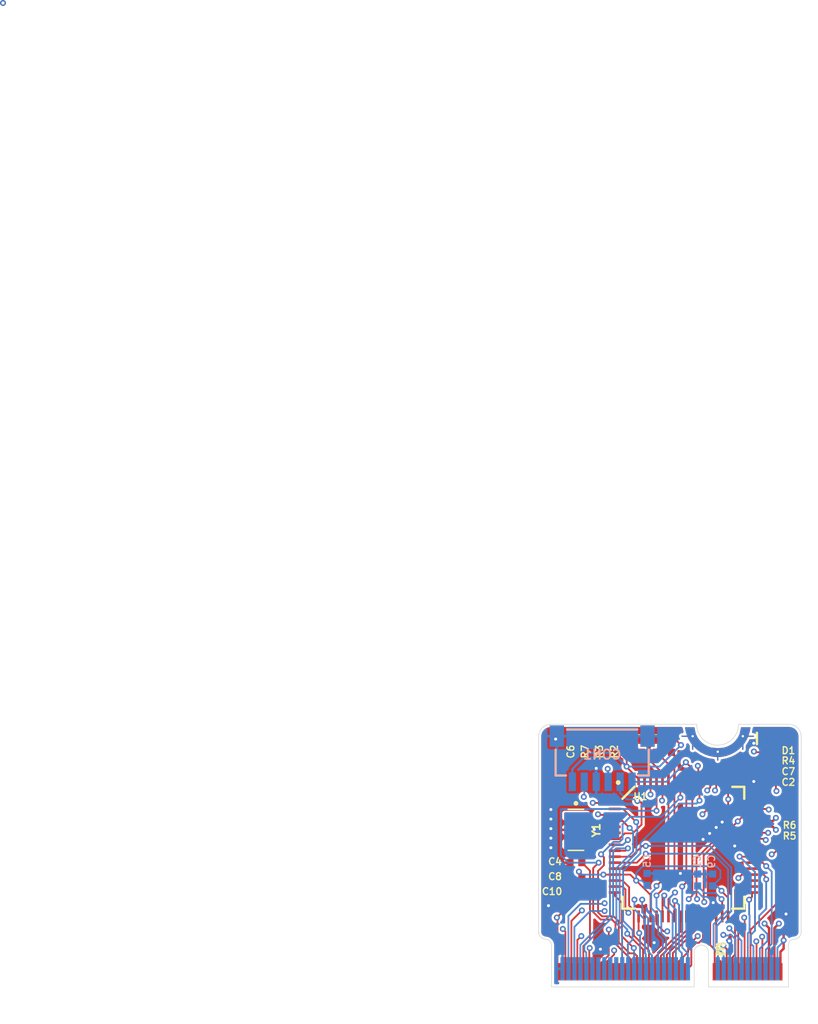
<source format=kicad_pcb>
(kicad_pcb (version 20171130) (host pcbnew "(5.1.10)-1")
  (layers (0 F.Cu signal) (1 In1.Cu signal) (2 In2.Cu signal) (31 B.Cu signal) (34 B.Paste user) (35 F.Paste user) (36 B.SilkS user) (37 F.SilkS user) (38 B.Mask user) (39 F.Mask user) (44 Edge.Cuts user))
  (net 0 "")
  (net 1 GND)
  (net 2 "Net-(C1-Pad1)")
  (net 3 "Net-(C2-Pad1)")
  (net 4 "Net-(U1-Pad6)")
  (net 5 "Net-(U1-Pad5)")
  (net 6 /NRST)
  (net 7 /VCC)
  (net 8 "Net-(J1-Pad64)")
  (net 9 "Net-(J1-Pad62)")
  (net 10 "Net-(J1-Pad60)")
  (net 11 "Net-(J1-Pad58)")
  (net 12 "Net-(J1-Pad57)")
  (net 13 "Net-(J1-Pad56)")
  (net 14 "Net-(J1-Pad55)")
  (net 15 "Net-(J1-Pad53)")
  (net 16 /E_SCL)
  (net 17 /E_SDA)
  (net 18 /BLUE_L)
  (net 19 "Net-(D1-Pad2)")
  (net 20 /IMU_SDA)
  (net 21 /IMU_SCL)
  (net 22 /BOOT0)
  (net 23 /MOTOR4)
  (net 24 /B8)
  (net 25 /B5)
  (net 26 /B4)
  (net 27 /STM_SWO)
  (net 28 /C12)
  (net 29 /E_TX2)
  (net 30 /E_TX1)
  (net 31 /MOTOR3)
  (net 32 /STM_SWCLK)
  (net 33 /STM_SWIO)
  (net 34 /OTG_FS_D+)
  (net 35 /OTG_FS_D-)
  (net 36 /OTG_FS_ID)
  (net 37 /OTG_FS_VBUS)
  (net 38 /C8)
  (net 39 /NRF_TX)
  (net 40 /NRF_RX)
  (net 41 /SPI2_MOSI)
  (net 42 /SPI2_MISO)
  (net 43 /SPI2_CLK)
  (net 44 /B12)
  (net 45 /MOTOR2)
  (net 46 /B10)
  (net 47 /B1)
  (net 48 /B0)
  (net 49 /C5)
  (net 50 /C4)
  (net 51 /E_SPI_MOSI)
  (net 52 /E_SPI_MISO)
  (net 53 /E_SPI_CLK)
  (net 54 /NRF_CTRL)
  (net 55 /E_RX2)
  (net 56 /MOTOR1)
  (net 57 /A0)
  (net 58 /RED_R)
  (net 59 /GREEN_R)
  (net 60 /GREEN_L)
  (net 61 /RED_L)
  (net 62 /C15)
  (net 63 /INT_GYR)
  (net 64 /C13)
  (net 65 /VBAT)
  (net 66 /E_RX1)
  (module MicroMod_STM32:SM06B (layer B.Cu) (at 50.2 62.95)
    (fp_text reference CON1 (at 0 0) (layer B.SilkS) (effects (font (size 0.787402 0.787402)) (justify mirror)))
    (fp_text value SM06B-SRSS-TB)
    (pad G2 smd rect (at 3.8 -1.55) (size 1.2 1.8) (layers B.Cu B.Paste B.Mask) (net 1 GND))
    (pad G1 smd rect (at -3.8 -1.55) (size 1.2 1.8) (layers B.Cu B.Paste B.Mask) (net 1 GND))
    (pad 6 smd rect (at 2.5 2.275) (size 0.6 1.55) (layers B.Cu B.Paste B.Mask) (net 27 /STM_SWO))
    (pad 5 smd rect (at 1.5 2.275) (size 0.6 1.55) (layers B.Cu B.Paste B.Mask) (net 6 /NRST))
    (pad 4 smd rect (at 0.5 2.275) (size 0.6 1.55) (layers B.Cu B.Paste B.Mask) (net 33 /STM_SWIO))
    (pad 3 smd rect (at -0.5 2.275) (size 0.6 1.55) (layers B.Cu B.Paste B.Mask) (net 1 GND))
    (pad 2 smd rect (at -1.5 2.275) (size 0.6 1.55) (layers B.Cu B.Paste B.Mask) (net 32 /STM_SWCLK))
    (pad 1 smd rect (at -2.5 2.275) (size 0.6 1.55) (layers B.Cu B.Paste B.Mask) (net 7 /VCC))
  )
  (module MicroMod_STM32:M.2-CARD-E-22 (layer F.Cu) (at 55.88 82.41)
    (fp_text reference J1 hide)
    (fp_text value M.2 hide)
    (fp_line (start 1.9 -21) (end 1 -21) (layer B.Cu) (width 0.1016))
    (fp_line (start 1.9 -21) (end 1.9 -19.9) (layer B.Cu) (width 0.1016))
    (fp_line (start 4 -19.7) (end 4 -19) (layer B.Cu) (width 0.1016))
    (fp_line (start 6.1 -21) (end 6.1 -19.9) (layer B.Cu) (width 0.1016))
    (fp_line (start 6.1 -21) (end 7 -21) (layer B.Cu) (width 0.1016))
    (fp_poly (pts (xy 6.75 -21.75) (xy 5.95 -21.75) (xy 5.91158 -21.461827) (xy 5.828553 -21.183213) (xy 5.702963 -20.921017) (xy 5.537903 -20.681696) (xy 5.337437 -20.471142) (xy 5.106501 -20.29454) (xy 4.850782 -20.156239) (xy 4.576576 -20.059644) (xy 4 -20) (xy 3.709365 -20.007133) (xy 3.423424 -20.059644) (xy 3.149218 -20.156239) (xy 2.893499 -20.29454) (xy 2.662563 -20.471142) (xy 2.462097 -20.681696) (xy 2.297037 -20.921017) (xy 2.171447 -21.183213) (xy 2.05 -21.75) (xy 1.25 -21.75) (xy 1.25 -21.749999) (xy 1.313048 -21.386064) (xy 1.42355 -21.033626) (xy 1.579573 -20.698842) (xy 1.778393 -20.387563) (xy 2.016534 -20.10523) (xy 2.289835 -19.856774) (xy 2.59352 -19.646539) (xy 2.922282 -19.478198) (xy 3.270377 -19.354692) (xy 4 -19.25) (xy 3.999999 -19.25) (xy 4.369188 -19.275627) (xy 4.731666 -19.35024) (xy 5.080962 -19.472506) (xy 5.410842 -19.640244) (xy 5.715418 -19.85046) (xy 5.989253 -20.099401) (xy 6.227459 -20.382623) (xy 6.425784 -20.695072) (xy 6.580688 -21.03117)) (layer B.Cu) (width 0))
    (fp_line (start 6.1 -21) (end 7 -21) (layer F.Cu) (width 0.1016))
    (fp_line (start 6.1 -21) (end 6.1 -19.9) (layer F.Cu) (width 0.1016))
    (fp_line (start 4 -19.7) (end 4 -19) (layer F.Cu) (width 0.1016))
    (fp_line (start 1.9 -21) (end 1.9 -19.9) (layer F.Cu) (width 0.1016))
    (fp_line (start 1.9 -21) (end 1 -21) (layer F.Cu) (width 0.1016))
    (fp_poly (pts (xy 1.25 -21.75) (xy 2.05 -21.75) (xy 2.08842 -21.461827) (xy 2.171447 -21.183213) (xy 2.297037 -20.921017) (xy 2.462097 -20.681696) (xy 2.662563 -20.471142) (xy 2.893499 -20.29454) (xy 3.149218 -20.156239) (xy 3.423424 -20.059644) (xy 4 -20) (xy 4.290635 -20.007133) (xy 4.576576 -20.059644) (xy 4.850782 -20.156239) (xy 5.106501 -20.29454) (xy 5.337437 -20.471142) (xy 5.537903 -20.681696) (xy 5.702963 -20.921017) (xy 5.828553 -21.183213) (xy 5.95 -21.75) (xy 6.75 -21.75) (xy 6.686952 -21.386065) (xy 6.576451 -21.033626) (xy 6.420427 -20.698842) (xy 6.221608 -20.387564) (xy 5.983467 -20.10523) (xy 5.710166 -19.856774) (xy 5.40648 -19.646539) (xy 5.077718 -19.478197) (xy 4.729623 -19.354691) (xy 4.368279 -19.27818) (xy 4 -19.25) (xy 3.630811 -19.275627) (xy 3.268334 -19.35024) (xy 2.919037 -19.472506) (xy 2.589157 -19.640244) (xy 2.284581 -19.85046) (xy 2.010746 -20.099401) (xy 1.77254 -20.382623) (xy 1.574215 -20.695072) (xy 1.419311 -21.031169)) (layer F.Cu) (width 0))
    (pad 1 smd rect (at 9.25 -1.275 180) (size 0.35 1.45) (layers F.Cu F.Mask) (net 7 /VCC))
    (pad 2 smd rect (at 9 -1.525) (size 0.35 1.95) (layers B.Cu B.Mask) (net 7 /VCC))
    (pad 3 smd rect (at 8.75 -1.275 180) (size 0.35 1.45) (layers F.Cu F.Mask) (net 34 /OTG_FS_D+))
    (pad 4 smd rect (at 8.5 -1.525) (size 0.35 1.95) (layers B.Cu B.Mask) (net 1 GND))
    (pad 5 smd rect (at 8.25 -1.275 180) (size 0.35 1.45) (layers F.Cu F.Mask) (net 35 /OTG_FS_D-))
    (pad 6 smd rect (at 8 -1.525) (size 0.35 1.95) (layers B.Cu B.Mask) (net 39 /NRF_TX))
    (pad 7 smd rect (at 7.75 -1.275 180) (size 0.35 1.45) (layers F.Cu F.Mask) (net 36 /OTG_FS_ID))
    (pad 8 smd rect (at 7.5 -1.525) (size 0.35 1.95) (layers B.Cu B.Mask) (net 40 /NRF_RX))
    (pad 9 smd rect (at 7.25 -1.275 180) (size 0.35 1.45) (layers F.Cu F.Mask) (net 37 /OTG_FS_VBUS))
    (pad 10 smd rect (at 7 -1.525) (size 0.35 1.95) (layers B.Cu B.Mask) (net 38 /C8))
    (pad 11 smd rect (at 6.75 -1.275 180) (size 0.35 1.45) (layers F.Cu F.Mask) (net 20 /IMU_SDA))
    (pad 12 smd rect (at 6.5 -1.525) (size 0.35 1.95) (layers B.Cu B.Mask) (net 44 /B12))
    (pad 13 smd rect (at 6.25 -1.275 180) (size 0.35 1.45) (layers F.Cu F.Mask) (net 21 /IMU_SCL))
    (pad 14 smd rect (at 6 -1.525) (size 0.35 1.95) (layers B.Cu B.Mask) (net 56 /MOTOR1))
    (pad 15 smd rect (at 5.75 -1.275 180) (size 0.35 1.45) (layers F.Cu F.Mask) (net 43 /SPI2_CLK))
    (pad 16 smd rect (at 5.5 -1.525) (size 0.35 1.95) (layers B.Cu B.Mask) (net 54 /NRF_CTRL))
    (pad 17 smd rect (at 5.25 -1.275 180) (size 0.35 1.45) (layers F.Cu F.Mask) (net 42 /SPI2_MISO))
    (pad 18 smd rect (at 5 -1.525) (size 0.35 1.95) (layers B.Cu B.Mask) (net 1 GND))
    (pad 19 smd rect (at 4.75 -1.275 180) (size 0.35 1.45) (layers F.Cu F.Mask) (net 41 /SPI2_MOSI))
    (pad 20 smd rect (at 4.5 -1.525) (size 0.35 1.95) (layers B.Cu B.Mask) (net 59 /GREEN_R))
    (pad 21 smd rect (at 4.25 -1.275 180) (size 0.35 1.45) (layers F.Cu F.Mask) (net 45 /MOTOR2))
    (pad 22 smd rect (at 4 -1.525) (size 0.35 1.95) (layers B.Cu B.Mask) (net 58 /RED_R))
    (pad 23 smd rect (at 3.75 -1.275 180) (size 0.35 1.45) (layers F.Cu F.Mask) (net 46 /B10))
    (pad 32 smd rect (at 1.5 -1.525) (size 0.35 1.95) (layers B.Cu B.Mask) (net 26 /B4))
    (pad 33 smd rect (at 1.25 -1.275 180) (size 0.35 1.45) (layers F.Cu F.Mask) (net 1 GND))
    (pad 34 smd rect (at 1 -1.525) (size 0.35 1.95) (layers B.Cu B.Mask) (net 51 /E_SPI_MOSI))
    (pad 35 smd rect (at 0.75 -1.275 180) (size 0.35 1.45) (layers F.Cu F.Mask) (net 63 /INT_GYR))
    (pad 36 smd rect (at 0.5 -1.525) (size 0.35 1.95) (layers B.Cu B.Mask) (net 52 /E_SPI_MISO))
    (pad 37 smd rect (at 0.25 -1.275 180) (size 0.35 1.45) (layers F.Cu F.Mask) (net 47 /B1))
    (pad 38 smd rect (at 0 -1.525) (size 0.35 1.95) (layers B.Cu B.Mask) (net 53 /E_SPI_CLK))
    (pad 39 smd rect (at -0.25 -1.275 180) (size 0.35 1.45) (layers F.Cu F.Mask) (net 48 /B0))
    (pad 40 smd rect (at -0.5 -1.525) (size 0.35 1.95) (layers B.Cu B.Mask) (net 16 /E_SCL))
    (pad 41 smd rect (at -0.75 -1.275 180) (size 0.35 1.45) (layers F.Cu F.Mask) (net 49 /C5))
    (pad 42 smd rect (at -1 -1.525) (size 0.35 1.95) (layers B.Cu B.Mask) (net 17 /E_SDA))
    (pad 43 smd rect (at -1.25 -1.275 180) (size 0.35 1.45) (layers F.Cu F.Mask) (net 50 /C4))
    (pad 44 smd rect (at -1.5 -1.525) (size 0.35 1.95) (layers B.Cu B.Mask) (net 30 /E_TX1))
    (pad 45 smd rect (at -1.75 -1.275 180) (size 0.35 1.45) (layers F.Cu F.Mask) (net 57 /A0))
    (pad 46 smd rect (at -2 -1.525) (size 0.35 1.95) (layers B.Cu B.Mask) (net 66 /E_RX1))
    (pad 47 smd rect (at -2.25 -1.275 180) (size 0.35 1.45) (layers F.Cu F.Mask) (net 64 /C13))
    (pad 48 smd rect (at -2.5 -1.525) (size 0.35 1.95) (layers B.Cu B.Mask) (net 55 /E_RX2))
    (pad 49 smd rect (at -2.75 -1.275 180) (size 0.35 1.45) (layers F.Cu F.Mask) (net 25 /B5))
    (pad 50 smd rect (at -3 -1.525) (size 0.35 1.95) (layers B.Cu B.Mask) (net 29 /E_TX2))
    (pad 51 smd rect (at -3.25 -1.275 180) (size 0.35 1.45) (layers F.Cu F.Mask) (net 24 /B8))
    (pad 52 smd rect (at -3.5 -1.525) (size 0.35 1.95) (layers B.Cu B.Mask) (net 28 /C12))
    (pad 53 smd rect (at -3.75 -1.275 180) (size 0.35 1.45) (layers F.Cu F.Mask) (net 15 "Net-(J1-Pad53)"))
    (pad 54 smd rect (at -4 -1.525) (size 0.35 1.95) (layers B.Cu B.Mask) (net 62 /C15))
    (pad 55 smd rect (at -4.25 -1.275 180) (size 0.35 1.45) (layers F.Cu F.Mask) (net 14 "Net-(J1-Pad55)"))
    (pad 56 smd rect (at -4.5 -1.525) (size 0.35 1.95) (layers B.Cu B.Mask) (net 13 "Net-(J1-Pad56)"))
    (pad 57 smd rect (at -4.75 -1.275 180) (size 0.35 1.45) (layers F.Cu F.Mask) (net 12 "Net-(J1-Pad57)"))
    (pad 58 smd rect (at -5 -1.525) (size 0.35 1.95) (layers B.Cu B.Mask) (net 11 "Net-(J1-Pad58)"))
    (pad 59 smd rect (at -5.25 -1.275 180) (size 0.35 1.45) (layers F.Cu F.Mask) (net 7 /VCC))
    (pad 60 smd rect (at -5.5 -1.525) (size 0.35 1.95) (layers B.Cu B.Mask) (net 10 "Net-(J1-Pad60)"))
    (pad 61 smd rect (at -5.75 -1.275 180) (size 0.35 1.45) (layers F.Cu F.Mask) (net 32 /STM_SWCLK))
    (pad 62 smd rect (at -6 -1.525) (size 0.35 1.95) (layers B.Cu B.Mask) (net 9 "Net-(J1-Pad62)"))
    (pad 63 smd rect (at -6.25 -1.275 180) (size 0.35 1.45) (layers F.Cu F.Mask) (net 1 GND))
    (pad 64 smd rect (at -6.5 -1.525) (size 0.35 1.95) (layers B.Cu B.Mask) (net 8 "Net-(J1-Pad64)"))
    (pad 65 smd rect (at -6.75 -1.275 180) (size 0.35 1.45) (layers F.Cu F.Mask) (net 33 /STM_SWIO))
    (pad 66 smd rect (at -7 -1.525) (size 0.35 1.95) (layers B.Cu B.Mask) (net 60 /GREEN_L))
    (pad 67 smd rect (at -7.25 -1.275 180) (size 0.35 1.45) (layers F.Cu F.Mask) (net 6 /NRST))
    (pad 68 smd rect (at -7.5 -1.525) (size 0.35 1.95) (layers B.Cu B.Mask) (net 61 /RED_L))
    (pad 69 smd rect (at -7.75 -1.275 180) (size 0.35 1.45) (layers F.Cu F.Mask) (net 27 /STM_SWO))
    (pad 70 smd rect (at -8 -1.525) (size 0.35 1.95) (layers B.Cu B.Mask) (net 22 /BOOT0))
    (pad 71 smd rect (at -8.25 -1.275 180) (size 0.35 1.45) (layers F.Cu F.Mask) (net 31 /MOTOR3))
    (pad 72 smd rect (at -8.5 -1.525) (size 0.35 1.95) (layers B.Cu B.Mask) (net 23 /MOTOR4))
    (pad 73 smd rect (at -8.75 -1.275 180) (size 0.35 1.45) (layers F.Cu F.Mask) (net 65 /VBAT))
    (pad 74 smd rect (at -9 -1.525) (size 0.35 1.95) (layers B.Cu B.Mask) (net 1 GND))
    (pad 75 smd rect (at -9.25 -1.275 180) (size 0.35 1.45) (layers F.Cu F.Mask) (net 7 /VCC))
    (pad GND1 thru_hole circle (at 1.9 -21) (size 0.454 0.454) (drill 0.2) (layers *.Cu *.Mask))
    (pad GND3 thru_hole circle (at 6.1 -21) (size 0.454 0.454) (drill 0.2) (layers *.Cu *.Mask))
    (pad GND2 thru_hole circle (at 4 -19.7) (size 0.454 0.454) (drill 0.2) (layers *.Cu *.Mask))
  )
  (module MicroMod_STM32:TQFP64 (layer F.Cu) (at 57 70.75 270)
    (fp_text reference U1 (at -3.95 3.6) (layer F.SilkS) (effects (font (size 0.57912 0.57912) (thickness 0.115824)) (justify bottom)))
    (fp_text value STM32F405RGTx)
    (pad 58 smd rect (at -5.75 0.75 180) (size 0.22 1) (layers F.Cu F.Paste F.Mask) (net 16 /E_SCL))
    (pad 60 smd rect (at -5.75 1.75 180) (size 0.22 1) (layers F.Cu F.Paste F.Mask) (net 22 /BOOT0))
    (pad 62 smd rect (at -5.75 2.75 180) (size 0.22 1) (layers F.Cu F.Paste F.Mask) (net 23 /MOTOR4))
    (pad 64 smd rect (at -5.75 3.75 180) (size 0.22 1) (layers F.Cu F.Paste F.Mask) (net 7 /VCC))
    (pad 63 smd rect (at -5.75 3.25 180) (size 0.22 1) (layers F.Cu F.Paste F.Mask) (net 1 GND))
    (pad 61 smd rect (at -5.75 2.25 180) (size 0.22 1) (layers F.Cu F.Paste F.Mask) (net 24 /B8))
    (pad 59 smd rect (at -5.75 1.25 180) (size 0.22 1) (layers F.Cu F.Paste F.Mask) (net 17 /E_SDA))
    (pad 49 smd rect (at -5.75 -3.75 180) (size 0.22 1) (layers F.Cu F.Paste F.Mask) (net 32 /STM_SWCLK))
    (pad 51 smd rect (at -5.75 -2.75 180) (size 0.22 1) (layers F.Cu F.Paste F.Mask) (net 30 /E_TX1))
    (pad 53 smd rect (at -5.75 -1.75 180) (size 0.22 1) (layers F.Cu F.Paste F.Mask) (net 28 /C12))
    (pad 55 smd rect (at -5.75 -0.75 180) (size 0.22 1) (layers F.Cu F.Paste F.Mask) (net 27 /STM_SWO))
    (pad 50 smd rect (at -5.75 -3.25 180) (size 0.22 1) (layers F.Cu F.Paste F.Mask) (net 31 /MOTOR3))
    (pad 52 smd rect (at -5.75 -2.25 180) (size 0.22 1) (layers F.Cu F.Paste F.Mask) (net 66 /E_RX1))
    (pad 54 smd rect (at -5.75 -1.25 180) (size 0.22 1) (layers F.Cu F.Paste F.Mask) (net 18 /BLUE_L))
    (pad 57 smd rect (at -5.75 0.25 180) (size 0.22 1) (layers F.Cu F.Paste F.Mask) (net 25 /B5))
    (pad 56 smd rect (at -5.75 -0.25 180) (size 0.22 1) (layers F.Cu F.Paste F.Mask) (net 26 /B4))
    (pad 42 smd rect (at -0.75 -5.75 90) (size 0.22 1) (layers F.Cu F.Paste F.Mask) (net 37 /OTG_FS_VBUS))
    (pad 44 smd rect (at -1.75 -5.75 90) (size 0.22 1) (layers F.Cu F.Paste F.Mask) (net 35 /OTG_FS_D-))
    (pad 46 smd rect (at -2.75 -5.75 90) (size 0.22 1) (layers F.Cu F.Paste F.Mask) (net 33 /STM_SWIO))
    (pad 48 smd rect (at -3.75 -5.75 90) (size 0.22 1) (layers F.Cu F.Paste F.Mask) (net 7 /VCC))
    (pad 47 smd rect (at -3.25 -5.75 90) (size 0.22 1) (layers F.Cu F.Paste F.Mask) (net 3 "Net-(C2-Pad1)"))
    (pad 45 smd rect (at -2.25 -5.75 90) (size 0.22 1) (layers F.Cu F.Paste F.Mask) (net 34 /OTG_FS_D+))
    (pad 43 smd rect (at -1.25 -5.75 90) (size 0.22 1) (layers F.Cu F.Paste F.Mask) (net 36 /OTG_FS_ID))
    (pad 33 smd rect (at 3.75 -5.75 90) (size 0.22 1) (layers F.Cu F.Paste F.Mask) (net 44 /B12))
    (pad 35 smd rect (at 2.75 -5.75 90) (size 0.22 1) (layers F.Cu F.Paste F.Mask) (net 42 /SPI2_MISO))
    (pad 37 smd rect (at 1.75 -5.75 90) (size 0.22 1) (layers F.Cu F.Paste F.Mask) (net 40 /NRF_RX))
    (pad 39 smd rect (at 0.75 -5.75 90) (size 0.22 1) (layers F.Cu F.Paste F.Mask) (net 38 /C8))
    (pad 34 smd rect (at 3.25 -5.75 90) (size 0.22 1) (layers F.Cu F.Paste F.Mask) (net 43 /SPI2_CLK))
    (pad 36 smd rect (at 2.25 -5.75 90) (size 0.22 1) (layers F.Cu F.Paste F.Mask) (net 41 /SPI2_MOSI))
    (pad 38 smd rect (at 1.25 -5.75 90) (size 0.22 1) (layers F.Cu F.Paste F.Mask) (net 39 /NRF_TX))
    (pad 41 smd rect (at -0.25 -5.75 90) (size 0.22 1) (layers F.Cu F.Paste F.Mask) (net 21 /IMU_SCL))
    (pad 40 smd rect (at 0.25 -5.75 90) (size 0.22 1) (layers F.Cu F.Paste F.Mask) (net 20 /IMU_SDA))
    (pad 26 smd rect (at 5.75 -0.75) (size 0.22 1) (layers F.Cu F.Paste F.Mask) (net 48 /B0))
    (pad 28 smd rect (at 5.75 -1.75) (size 0.22 1) (layers F.Cu F.Paste F.Mask) (net 1 GND))
    (pad 30 smd rect (at 5.75 -2.75) (size 0.22 1) (layers F.Cu F.Paste F.Mask) (net 45 /MOTOR2))
    (pad 32 smd rect (at 5.75 -3.75) (size 0.22 1) (layers F.Cu F.Paste F.Mask) (net 7 /VCC))
    (pad 31 smd rect (at 5.75 -3.25) (size 0.22 1) (layers F.Cu F.Paste F.Mask) (net 2 "Net-(C1-Pad1)"))
    (pad 29 smd rect (at 5.75 -2.25) (size 0.22 1) (layers F.Cu F.Paste F.Mask) (net 46 /B10))
    (pad 27 smd rect (at 5.75 -1.25) (size 0.22 1) (layers F.Cu F.Paste F.Mask) (net 47 /B1))
    (pad 17 smd rect (at 5.75 3.75) (size 0.22 1) (layers F.Cu F.Paste F.Mask) (net 55 /E_RX2))
    (pad 19 smd rect (at 5.75 2.75) (size 0.22 1) (layers F.Cu F.Paste F.Mask) (net 7 /VCC))
    (pad 21 smd rect (at 5.75 1.75) (size 0.22 1) (layers F.Cu F.Paste F.Mask) (net 53 /E_SPI_CLK))
    (pad 23 smd rect (at 5.75 0.75) (size 0.22 1) (layers F.Cu F.Paste F.Mask) (net 51 /E_SPI_MOSI))
    (pad 18 smd rect (at 5.75 3.25) (size 0.22 1) (layers F.Cu F.Paste F.Mask) (net 1 GND))
    (pad 20 smd rect (at 5.75 2.25) (size 0.22 1) (layers F.Cu F.Paste F.Mask) (net 54 /NRF_CTRL))
    (pad 22 smd rect (at 5.75 1.25) (size 0.22 1) (layers F.Cu F.Paste F.Mask) (net 52 /E_SPI_MISO))
    (pad 25 smd rect (at 5.75 -0.25) (size 0.22 1) (layers F.Cu F.Paste F.Mask) (net 49 /C5))
    (pad 24 smd rect (at 5.75 0.25) (size 0.22 1) (layers F.Cu F.Paste F.Mask) (net 50 /C4))
    (pad 10 smd rect (at 0.75 5.75 270) (size 0.22 1) (layers F.Cu F.Paste F.Mask) (net 59 /GREEN_R))
    (pad 12 smd rect (at 1.75 5.75 270) (size 0.22 1) (layers F.Cu F.Paste F.Mask) (net 1 GND))
    (pad 14 smd rect (at 2.75 5.75 270) (size 0.22 1) (layers F.Cu F.Paste F.Mask) (net 57 /A0))
    (pad 16 smd rect (at 3.75 5.75 270) (size 0.22 1) (layers F.Cu F.Paste F.Mask) (net 29 /E_TX2))
    (pad 15 smd rect (at 3.25 5.75 270) (size 0.22 1) (layers F.Cu F.Paste F.Mask) (net 56 /MOTOR1))
    (pad 13 smd rect (at 2.25 5.75 270) (size 0.22 1) (layers F.Cu F.Paste F.Mask) (net 7 /VCC))
    (pad 11 smd rect (at 1.25 5.75 270) (size 0.22 1) (layers F.Cu F.Paste F.Mask) (net 58 /RED_R))
    (pad 1 smd rect (at -3.75 5.75 270) (size 0.22 1) (layers F.Cu F.Paste F.Mask) (net 65 /VBAT))
    (pad 3 smd rect (at -2.75 5.75 270) (size 0.22 1) (layers F.Cu F.Paste F.Mask) (net 63 /INT_GYR))
    (pad 5 smd rect (at -1.75 5.75 270) (size 0.22 1) (layers F.Cu F.Paste F.Mask) (net 5 "Net-(U1-Pad5)"))
    (pad 7 smd rect (at -0.75 5.75 270) (size 0.22 1) (layers F.Cu F.Paste F.Mask) (net 6 /NRST))
    (pad 2 smd rect (at -3.25 5.75 270) (size 0.22 1) (layers F.Cu F.Paste F.Mask) (net 64 /C13))
    (pad 4 smd rect (at -2.25 5.75 270) (size 0.22 1) (layers F.Cu F.Paste F.Mask) (net 62 /C15))
    (pad 6 smd rect (at -1.25 5.75 270) (size 0.22 1) (layers F.Cu F.Paste F.Mask) (net 4 "Net-(U1-Pad6)"))
    (pad 9 smd rect (at 0.25 5.75 270) (size 0.22 1) (layers F.Cu F.Paste F.Mask) (net 60 /GREEN_L))
    (pad 8 smd rect (at -0.25 5.75 270) (size 0.22 1) (layers F.Cu F.Paste F.Mask) (net 61 /RED_L))
  )
  (module MicroMod_STM32:LED-0603 (layer F.Cu) (at 64.75 61.6 180)
    (fp_text reference D1 (at -1.05 -1.35) (layer F.SilkS) (effects (font (size 0.57912 0.57912) (thickness 0.115824)) (justify bottom)))
    (fp_text value LED)
    (pad 2 smd roundrect (at -0.877 0 90) (size 1 1) (layers F.Cu F.Paste F.Mask) (roundrect_rratio 0.15) (net 19 "Net-(D1-Pad2)"))
    (pad 1 smd roundrect (at 0.877 0 90) (size 1 1) (layers F.Cu F.Paste F.Mask) (roundrect_rratio 0.15) (net 1 GND))
  )
  (module MicroMod_STM32:0402-TIGHT (layer F.Cu) (at 53.5 62.25 270)
    (fp_text reference R7 (at 0.45 4.4 90) (layer F.SilkS) (effects (font (size 0.57912 0.57912) (thickness 0.115824)) (justify bottom)))
    (fp_text value 10k)
    (pad 2 smd rect (at 0.5 0 270) (size 0.6 0.6) (layers F.Cu F.Paste F.Mask) (net 22 /BOOT0))
    (pad 1 smd rect (at -0.5 0 270) (size 0.6 0.6) (layers F.Cu F.Paste F.Mask) (net 1 GND))
  )
  (module MicroMod_STM32:0402-TIGHT (layer F.Cu) (at 65.55 70.75 180)
    (fp_text reference R6 (at -0.35 1.55) (layer F.SilkS) (effects (font (size 0.57912 0.57912) (thickness 0.115824)) (justify bottom)))
    (fp_text value 2.2K)
    (pad 2 smd rect (at 0.5 0 180) (size 0.6 0.6) (layers F.Cu F.Paste F.Mask) (net 21 /IMU_SCL))
    (pad 1 smd rect (at -0.5 0 180) (size 0.6 0.6) (layers F.Cu F.Paste F.Mask) (net 7 /VCC))
  )
  (module MicroMod_STM32:0402-TIGHT (layer F.Cu) (at 65.55 72 180)
    (fp_text reference R5 (at -0.35 1.9) (layer F.SilkS) (effects (font (size 0.57912 0.57912) (thickness 0.115824)) (justify bottom)))
    (fp_text value 2.2K)
    (pad 2 smd rect (at 0.5 0 180) (size 0.6 0.6) (layers F.Cu F.Paste F.Mask) (net 20 /IMU_SDA))
    (pad 1 smd rect (at -0.5 0 180) (size 0.6 0.6) (layers F.Cu F.Paste F.Mask) (net 7 /VCC))
  )
  (module MicroMod_STM32:0402-TIGHT (layer F.Cu) (at 64.25 62.95 180)
    (fp_text reference R4 (at -1.55 -0.85) (layer F.SilkS) (effects (font (size 0.57912 0.57912) (thickness 0.115824)) (justify bottom)))
    (fp_text value 100)
    (pad 2 smd rect (at 0.5 0 180) (size 0.6 0.6) (layers F.Cu F.Paste F.Mask) (net 18 /BLUE_L))
    (pad 1 smd rect (at -0.5 0 180) (size 0.6 0.6) (layers F.Cu F.Paste F.Mask) (net 19 "Net-(D1-Pad2)"))
  )
  (module MicroMod_STM32:0402-TIGHT (layer F.Cu) (at 54.75 62.25 270)
    (fp_text reference R3 (at 0.45 4.45 90) (layer F.SilkS) (effects (font (size 0.57912 0.57912) (thickness 0.115824)) (justify bottom)))
    (fp_text value 2.2K)
    (pad 2 smd rect (at 0.5 0 270) (size 0.6 0.6) (layers F.Cu F.Paste F.Mask) (net 17 /E_SDA))
    (pad 1 smd rect (at -0.5 0 270) (size 0.6 0.6) (layers F.Cu F.Paste F.Mask) (net 7 /VCC))
  )
  (module MicroMod_STM32:0402-TIGHT (layer F.Cu) (at 56 62.25 270)
    (fp_text reference R2 (at 0.45 4.45 90) (layer F.SilkS) (effects (font (size 0.57912 0.57912) (thickness 0.115824)) (justify bottom)))
    (fp_text value 2.2K)
    (pad 2 smd rect (at 0.5 0 270) (size 0.6 0.6) (layers F.Cu F.Paste F.Mask) (net 16 /E_SCL))
    (pad 1 smd rect (at -0.5 0 270) (size 0.6 0.6) (layers F.Cu F.Paste F.Mask) (net 7 /VCC))
  )
  (module MicroMod_STM32:0402-TIGHT (layer F.Cu) (at 48 74.5 180)
    (fp_text reference C10 (at 2 -0.25) (layer F.SilkS) (effects (font (size 0.57912 0.57912) (thickness 0.115824)) (justify bottom)))
    (fp_text value 100n)
    (pad 2 smd rect (at 0.5 0 180) (size 0.6 0.6) (layers F.Cu F.Paste F.Mask) (net 1 GND))
    (pad 1 smd rect (at -0.5 0 180) (size 0.6 0.6) (layers F.Cu F.Paste F.Mask) (net 7 /VCC))
  )
  (module MicroMod_STM32:0402-TIGHT (layer B.Cu) (at 59.45 73.45 90)
    (fp_text reference C9 (at 1.55 0.25 90) (layer B.SilkS) (effects (font (size 0.57912 0.57912) (thickness 0.115824)) (justify bottom mirror)))
    (fp_text value 100n)
    (pad 2 smd rect (at 0.5 0 90) (size 0.6 0.6) (layers B.Cu B.Paste B.Mask) (net 1 GND))
    (pad 1 smd rect (at -0.5 0 90) (size 0.6 0.6) (layers B.Cu B.Paste B.Mask) (net 7 /VCC))
  )
  (module MicroMod_STM32:0402-TIGHT (layer F.Cu) (at 48 73.25 180)
    (fp_text reference C8 (at 1.75 -0.25) (layer F.SilkS) (effects (font (size 0.57912 0.57912) (thickness 0.115824)) (justify bottom)))
    (fp_text value 100n)
    (pad 2 smd rect (at 0.5 0 180) (size 0.6 0.6) (layers F.Cu F.Paste F.Mask) (net 1 GND))
    (pad 1 smd rect (at -0.5 0 180) (size 0.6 0.6) (layers F.Cu F.Paste F.Mask) (net 7 /VCC))
  )
  (module MicroMod_STM32:0402-TIGHT (layer F.Cu) (at 64.25 64.1 180)
    (fp_text reference C7 (at -1.55 -0.6) (layer F.SilkS) (effects (font (size 0.57912 0.57912) (thickness 0.115824)) (justify bottom)))
    (fp_text value 100n)
    (pad 2 smd rect (at 0.5 0 180) (size 0.6 0.6) (layers F.Cu F.Paste F.Mask) (net 1 GND))
    (pad 1 smd rect (at -0.5 0 180) (size 0.6 0.6) (layers F.Cu F.Paste F.Mask) (net 7 /VCC))
  )
  (module MicroMod_STM32:0402-TIGHT (layer F.Cu) (at 52.25 62.25 90)
    (fp_text reference C6 (at -0.45 -4.35 90) (layer F.SilkS) (effects (font (size 0.57912 0.57912) (thickness 0.115824)) (justify bottom)))
    (fp_text value 100n)
    (pad 2 smd rect (at 0.5 0 90) (size 0.6 0.6) (layers F.Cu F.Paste F.Mask) (net 1 GND))
    (pad 1 smd rect (at -0.5 0 90) (size 0.6 0.6) (layers F.Cu F.Paste F.Mask) (net 7 /VCC))
  )
  (module MicroMod_STM32:0402-TIGHT (layer B.Cu) (at 53.95 73.4 90)
    (fp_text reference C5 (at 1.55 0.35 90) (layer B.SilkS) (effects (font (size 0.57912 0.57912) (thickness 0.115824)) (justify bottom mirror)))
    (fp_text value 100n)
    (pad 2 smd rect (at 0.5 0 90) (size 0.6 0.6) (layers B.Cu B.Paste B.Mask) (net 1 GND))
    (pad 1 smd rect (at -0.5 0 90) (size 0.6 0.6) (layers B.Cu B.Paste B.Mask) (net 7 /VCC))
  )
  (module MicroMod_STM32:0402-TIGHT (layer F.Cu) (at 48 72)
    (fp_text reference C4 (at -1.75 0.25) (layer F.SilkS) (effects (font (size 0.57912 0.57912) (thickness 0.115824)) (justify bottom)))
    (fp_text value 100n)
    (pad 2 smd rect (at 0.5 0) (size 0.6 0.6) (layers F.Cu F.Paste F.Mask) (net 6 /NRST))
    (pad 1 smd rect (at -0.5 0) (size 0.6 0.6) (layers F.Cu F.Paste F.Mask) (net 1 GND))
  )
  (module MicroMod_STM32:OSC_CSTNE8M00GH5L000R0 (layer F.Cu) (at 48 69.25 270)
    (fp_text reference Y1 (at 0.032 -1.7064 90) (layer F.SilkS) (effects (font (size 0.64 0.64))))
    (fp_text value CSTNE8M00GH5L000R0)
    (pad 3 smd rect (at 1.2 0 270) (size 0.4 1.9) (layers F.Cu F.Paste F.Mask) (net 4 "Net-(U1-Pad6)"))
    (pad 2 smd rect (at 0 0 270) (size 0.4 1.9) (layers F.Cu F.Paste F.Mask) (net 1 GND))
    (pad 1 smd rect (at -1.2 0 270) (size 0.4 1.9) (layers F.Cu F.Paste F.Mask) (net 5 "Net-(U1-Pad5)"))
  )
  (module MicroMod_STM32:0402-TIGHT (layer F.Cu) (at 64.25 65.25 180)
    (fp_text reference C2 (at -1.55 -0.35) (layer F.SilkS) (effects (font (size 0.57912 0.57912) (thickness 0.115824)) (justify bottom)))
    (fp_text value 4.7u)
    (pad 2 smd rect (at 0.5 0 180) (size 0.6 0.6) (layers F.Cu F.Paste F.Mask) (net 1 GND))
    (pad 1 smd rect (at -0.5 0 180) (size 0.6 0.6) (layers F.Cu F.Paste F.Mask) (net 3 "Net-(C2-Pad1)"))
  )
  (module MicroMod_STM32:0402-TIGHT (layer B.Cu) (at 58.2 73.45 90)
    (fp_text reference C1 (at 1.55 0.3 90) (layer B.SilkS) (effects (font (size 0.57912 0.57912) (thickness 0.115824)) (justify bottom mirror)))
    (fp_text value 4.7u)
    (pad 2 smd rect (at 0.5 0 90) (size 0.6 0.6) (layers B.Cu B.Paste B.Mask) (net 1 GND))
    (pad 1 smd rect (at -0.5 0 90) (size 0.6 0.6) (layers B.Cu B.Paste B.Mask) (net 2 "Net-(C1-Pad1)"))
  )
  (gr_line (start 44.87 77.81) (end 44.87 77.789918) (layer Edge.Cuts) (width 0.05))
  (gr_line (start 45.37 78.4) (end 45.419994 78.407548) (layer Edge.Cuts) (width 0.05))
  (gr_arc (start 45.421375 78.937601) (end 45.951375 78.93) (angle -89.32762644) (layer Edge.Cuts) (width 0.05))
  (gr_line (start 45.29 78.38) (end 45.37 78.4) (layer Edge.Cuts) (width 0.05))
  (gr_line (start 45.242046 78.355018) (end 45.29 78.38) (layer Edge.Cuts) (width 0.05))
  (gr_line (start 45.95 82.41) (end 45.951375 78.93) (layer Edge.Cuts) (width 0.05))
  (gr_line (start 57.9 82.41) (end 45.95 82.41) (layer Edge.Cuts) (width 0.05))
  (gr_line (start 57.9 79.5) (end 57.9 82.41) (layer Edge.Cuts) (width 0.05))
  (gr_arc (start 58.5 79.51) (end 59.1 79.52) (angle -180.0156613) (layer Edge.Cuts) (width 0.05))
  (gr_line (start 59.1 82.41) (end 59.1 79.52) (layer Edge.Cuts) (width 0.05))
  (gr_line (start 65.8 82.41) (end 59.1 82.41) (layer Edge.Cuts) (width 0.05))
  (gr_line (start 65.8 78.88003) (end 65.8 82.41) (layer Edge.Cuts) (width 0.05))
  (gr_line (start 66.29 78.41) (end 66.34 78.4) (layer Edge.Cuts) (width 0.05))
  (gr_arc (start 66.299501 78.910001) (end 66.29 78.41) (angle -85.47760602) (layer Edge.Cuts) (width 0.05))
  (gr_arc (start 66.267372 77.800005) (end 66.34 78.4) (angle -81.18849252) (layer Edge.Cuts) (width 0.05))
  (gr_arc (start 45.470001 77.799916) (end 44.87 77.789918) (angle -68.62892477) (layer Edge.Cuts) (width 0.05))
  (gr_line (start 44.87 61.42) (end 44.87 77.81) (layer Edge.Cuts) (width 0.05))
  (gr_arc (start 59.87 60.4) (end 58.12 60.41) (angle -179.3451982) (layer Edge.Cuts) (width 0.05))
  (gr_line (start 61.62 60.41) (end 65.86 60.41) (layer Edge.Cuts) (width 0.05))
  (gr_line (start 45.85 60.41) (end 58.12 60.41) (layer Edge.Cuts) (width 0.05))
  (gr_arc (start 45.9 61.44) (end 45.85 60.41) (angle -86.10853276) (layer Edge.Cuts) (width 0.05))
  (gr_line (start 66.87 61.5) (end 66.871411 77.820144) (layer Edge.Cuts) (width 0.05))
  (gr_arc (start 65.84 61.44) (end 66.87 61.5) (angle -92.04604638) (layer Edge.Cuts) (width 0.05))
  (via (at 0 0) (size 0.5) (drill 0.25) (layers F.Cu B.Cu) (net 0))
  (via (at 49.53 69.22) (size 0.5) (drill 0.25) (layers F.Cu B.Cu) (net 1))
  (via (at 49.7 64.1) (size 0.5) (drill 0.25) (layers F.Cu B.Cu) (net 1))
  (via (at 58.65 70.05) (size 0.5) (drill 0.25) (layers F.Cu B.Cu) (net 1))
  (via (at 59.2 69.55) (size 0.5) (drill 0.25) (layers F.Cu B.Cu) (net 1))
  (via (at 59.75 69.05) (size 0.5) (drill 0.25) (layers F.Cu B.Cu) (net 1))
  (via (at 60.25 68.6) (size 0.5) (drill 0.25) (layers F.Cu B.Cu) (net 1))
  (via (at 46.3 61.65) (size 0.5) (drill 0.25) (layers F.Cu B.Cu) (net 1))
  (via (at 45.9 70.75) (size 0.5) (drill 0.25) (layers F.Cu B.Cu) (net 1))
  (via (at 45.9 69.95) (size 0.5) (drill 0.25) (layers F.Cu B.Cu) (net 1))
  (via (at 45.9 69.15) (size 0.5) (drill 0.25) (layers F.Cu B.Cu) (net 1))
  (via (at 45.9 68.35) (size 0.5) (drill 0.25) (layers F.Cu B.Cu) (net 1))
  (via (at 45.9 67.55) (size 0.5) (drill 0.25) (layers F.Cu B.Cu) (net 1))
  (via (at 62.9 62) (size 0.5) (drill 0.25) (layers F.Cu B.Cu) (net 1))
  (via (at 54.55 78.7) (size 0.5) (drill 0.25) (layers F.Cu B.Cu) (net 1))
  (via (at 50.05 79.25) (size 0.5) (drill 0.25) (layers F.Cu B.Cu) (net 1))
  (via (at 56.75 72.9) (size 0.5) (drill 0.25) (layers F.Cu B.Cu) (net 1))
  (via (at 60.85 78.55) (size 0.5) (drill 0.25) (layers F.Cu B.Cu) (net 1))
  (via (at 65.6 76.3) (size 0.5) (drill 0.25) (layers F.Cu B.Cu) (net 1))
  (via (at 45.7 75.6) (size 0.5) (drill 0.25) (layers F.Cu B.Cu) (net 1))
  (via (at 62.9 65.2) (size 0.5) (drill 0.25) (layers F.Cu B.Cu) (net 1))
  (via (at 61.3 70.6) (size 0.5) (drill 0.25) (layers F.Cu B.Cu) (net 1))
  (via (at 59.5 75.35) (size 0.5) (drill 0.25) (layers F.Cu B.Cu) (net 1))
  (segment (start 63.75 64) (end 63.75 65.25) (width 0.2) (layer F.Cu) (net 1))
  (segment (start 59.45 72.95) (end 58.2 72.95) (width 0.2) (layer B.Cu) (net 1))
  (segment (start 52.25 61.75) (end 53.5 61.75) (width 0.15) (layer F.Cu) (net 1))
  (segment (start 57.67001 80.58499) (end 57.12 81.135) (width 0.15) (layer F.Cu) (net 1))
  (segment (start 57.67001 79.12999) (end 57.67001 80.58499) (width 0.15) (layer F.Cu) (net 1))
  (segment (start 58.297765 78.710837) (end 58.089163 78.710837) (width 0.15) (layer F.Cu) (net 1))
  (segment (start 58.089163 78.710837) (end 57.67001 79.12999) (width 0.15) (layer F.Cu) (net 1))
  (segment (start 58.75 76.5) (end 58.75 77.3) (width 0.15) (layer F.Cu) (net 1))
  (segment (start 58.645001 78.363601) (end 58.297765 78.710837) (width 0.15) (layer F.Cu) (net 1))
  (segment (start 58.645001 77.404999) (end 58.645001 78.363601) (width 0.15) (layer F.Cu) (net 1))
  (segment (start 58.75 77.3) (end 58.645001 77.404999) (width 0.15) (layer F.Cu) (net 1))
  (segment (start 47.5 72) (end 47.5 74.5) (width 0.15) (layer F.Cu) (net 1))
  (segment (start 58.15 72.9) (end 58.2 72.95) (width 0.15) (layer B.Cu) (net 1))
  (segment (start 58.75 76.11) (end 59.5 75.36) (width 0.15) (layer F.Cu) (net 1))
  (segment (start 58.75 76.5) (end 58.75 76.11) (width 0.15) (layer F.Cu) (net 1))
  (segment (start 57.55 74.251002) (end 57.55 72.9) (width 0.15) (layer B.Cu) (net 1))
  (segment (start 58.613601 74.854999) (end 58.203603 74.445001) (width 0.15) (layer B.Cu) (net 1))
  (segment (start 57.743999 74.445001) (end 57.55 74.251002) (width 0.15) (layer B.Cu) (net 1))
  (segment (start 59.004999 74.854999) (end 58.613601 74.854999) (width 0.15) (layer B.Cu) (net 1))
  (segment (start 59.5 75.35) (end 59.004999 74.854999) (width 0.15) (layer B.Cu) (net 1))
  (segment (start 58.203603 74.445001) (end 57.743999 74.445001) (width 0.15) (layer B.Cu) (net 1))
  (segment (start 57.55 72.9) (end 58.15 72.9) (width 0.15) (layer B.Cu) (net 1))
  (segment (start 53.95 72.9) (end 57.55 72.9) (width 0.15) (layer B.Cu) (net 1))
  (segment (start 63.7 65.2) (end 63.75 65.25) (width 0.15) (layer F.Cu) (net 1))
  (segment (start 62.9 65.2) (end 63.7 65.2) (width 0.15) (layer F.Cu) (net 1))
  (segment (start 64.38 79.20185) (end 64.78185 78.8) (width 0.15) (layer B.Cu) (net 1))
  (segment (start 64.38 80.885) (end 64.38 79.20185) (width 0.15) (layer B.Cu) (net 1))
  (segment (start 64.78185 78.8) (end 64.78185 78.01815) (width 0.15) (layer B.Cu) (net 1))
  (segment (start 64.78185 78.01815) (end 65.4 77.4) (width 0.15) (layer B.Cu) (net 1))
  (segment (start 65.4 77.4) (end 65.6 77.2) (width 0.15) (layer B.Cu) (net 1))
  (segment (start 65.6 77.2) (end 65.6 76.3) (width 0.15) (layer B.Cu) (net 1))
  (segment (start 61.1 78.9) (end 60.9 78.7) (width 0.15) (layer B.Cu) (net 1))
  (segment (start 61.1 79.458602) (end 61.1 78.9) (width 0.15) (layer B.Cu) (net 1))
  (segment (start 60.88 79.678602) (end 61.1 79.458602) (width 0.15) (layer B.Cu) (net 1))
  (segment (start 60.88 80.885) (end 60.88 79.678602) (width 0.15) (layer B.Cu) (net 1))
  (segment (start 49.63 80.383998) (end 50.05 79.963998) (width 0.15) (layer F.Cu) (net 1))
  (segment (start 49.63 81.135) (end 49.63 80.383998) (width 0.15) (layer F.Cu) (net 1))
  (segment (start 50.05 79.963998) (end 50.05 79.25) (width 0.15) (layer F.Cu) (net 1))
  (segment (start 53.75 76.5) (end 53.75 77.3) (width 0.15) (layer F.Cu) (net 1))
  (segment (start 53.75 77.3) (end 54.5 78.05) (width 0.15) (layer F.Cu) (net 1))
  (segment (start 54.5 78.05) (end 54.5 78.7) (width 0.15) (layer F.Cu) (net 1))
  (segment (start 63.873 61.6) (end 63.773 61.7) (width 0.15) (layer F.Cu) (net 1))
  (segment (start 63.473 62) (end 63.873 61.6) (width 0.15) (layer F.Cu) (net 1))
  (segment (start 62.9 62) (end 63.473 62) (width 0.15) (layer F.Cu) (net 1))
  (segment (start 54 61.4) (end 46.4 61.4) (width 0.15) (layer B.Cu) (net 1))
  (segment (start 49.7 65.225) (end 49.7 64.1) (width 0.15) (layer B.Cu) (net 1))
  (via (at 60.2 75.05) (size 0.5) (drill 0.25) (layers F.Cu B.Cu) (net 2))
  (segment (start 58.2 73.95) (end 58.2 74) (width 0.2) (layer B.Cu) (net 2))
  (segment (start 58.2 73.95) (end 58.35 73.95) (width 0.15) (layer B.Cu) (net 2))
  (segment (start 58.2 73.95) (end 58.8 74.55) (width 0.15) (layer B.Cu) (net 2))
  (segment (start 59.7 74.55) (end 60.2 75.05) (width 0.15) (layer B.Cu) (net 2))
  (segment (start 58.8 74.55) (end 59.7 74.55) (width 0.15) (layer B.Cu) (net 2))
  (segment (start 60.25 75.1) (end 60.2 75.05) (width 0.15) (layer F.Cu) (net 2))
  (segment (start 60.25 76.5) (end 60.25 75.1) (width 0.15) (layer F.Cu) (net 2))
  (via (at 64.8 66) (size 0.5) (drill 0.25) (layers F.Cu B.Cu) (net 3))
  (via (at 64.15 67.55) (size 0.5) (drill 0.25) (layers F.Cu B.Cu) (net 3))
  (segment (start 62.675 67.5) (end 64.1 67.5) (width 0.15) (layer F.Cu) (net 3))
  (segment (start 64.75 65.95) (end 64.8 66) (width 0.15) (layer F.Cu) (net 3))
  (segment (start 64.75 65.25) (end 64.75 65.95) (width 0.15) (layer F.Cu) (net 3))
  (segment (start 48 70.45) (end 49.05 70.45) (width 0.15) (layer F.Cu) (net 4))
  (segment (start 50 69.5) (end 51.325 69.5) (width 0.15) (layer F.Cu) (net 4))
  (segment (start 49.05 70.45) (end 50 69.5) (width 0.15) (layer F.Cu) (net 4))
  (segment (start 50.05 69) (end 51.325 69) (width 0.15) (layer F.Cu) (net 5))
  (segment (start 49.1 68.05) (end 50.05 69) (width 0.15) (layer F.Cu) (net 5))
  (segment (start 48 68.05) (end 49.1 68.05) (width 0.15) (layer F.Cu) (net 5))
  (via (at 53.15 66.84) (size 0.5) (drill 0.25) (layers F.Cu B.Cu) (net 6))
  (segment (start 48.62 78.98) (end 48.62 81.135) (width 0.15) (layer F.Cu) (net 6))
  (segment (start 48.5 71.5) (end 48.5 72) (width 0.15) (layer F.Cu) (net 6))
  (segment (start 50 70) (end 48.5 71.5) (width 0.15) (layer F.Cu) (net 6))
  (segment (start 51.325 70) (end 50 70) (width 0.15) (layer F.Cu) (net 6))
  (segment (start 49.175 72.675) (end 49.175 78.425) (width 0.15) (layer F.Cu) (net 6))
  (segment (start 48.5 72) (end 49.175 72.675) (width 0.15) (layer F.Cu) (net 6))
  (segment (start 49.175 78.425) (end 48.62 78.98) (width 0.15) (layer F.Cu) (net 6))
  (segment (start 53.495001 68.813601) (end 53.495001 66.945001) (width 0.15) (layer F.Cu) (net 6))
  (segment (start 52.763601 69.545001) (end 53.495001 68.813601) (width 0.15) (layer F.Cu) (net 6))
  (segment (start 52.094999 69.545001) (end 52.763601 69.545001) (width 0.15) (layer F.Cu) (net 6))
  (segment (start 51.64 70) (end 52.094999 69.545001) (width 0.15) (layer F.Cu) (net 6))
  (segment (start 51.25 70) (end 51.64 70) (width 0.15) (layer F.Cu) (net 6))
  (segment (start 51.7 66.15) (end 52.25 66.7) (width 0.15) (layer B.Cu) (net 6))
  (segment (start 51.7 65.225) (end 51.7 66.15) (width 0.15) (layer B.Cu) (net 6))
  (segment (start 53.255001 66.945001) (end 53.15 66.84) (width 0.15) (layer F.Cu) (net 6))
  (segment (start 53.495001 66.945001) (end 53.255001 66.945001) (width 0.15) (layer F.Cu) (net 6))
  (segment (start 53.01 66.7) (end 53.15 66.84) (width 0.15) (layer B.Cu) (net 6))
  (segment (start 52.25 66.7) (end 53.01 66.7) (width 0.15) (layer B.Cu) (net 6))
  (via (at 46.4 76.6) (size 0.5) (drill 0.25) (layers F.Cu B.Cu) (net 7))
  (via (at 51.2 79.35) (size 0.5) (drill 0.25) (layers F.Cu B.Cu) (net 7))
  (via (at 52.25 63.95) (size 0.5) (drill 0.25) (layers F.Cu B.Cu) (net 7))
  (via (at 56.8 62.15) (size 0.5) (drill 0.25) (layers F.Cu B.Cu) (net 7))
  (via (at 65.4 78.5) (size 0.5) (drill 0.25) (layers F.Cu B.Cu) (net 7))
  (via (at 53.05 73.5) (size 0.5) (drill 0.25) (layers F.Cu B.Cu) (net 7))
  (via (at 48.25 72.75) (size 0.5) (drill 0.25) (layers F.Cu B.Cu) (net 7))
  (via (at 50.3 73) (size 0.5) (drill 0.25) (layers F.Cu B.Cu) (net 7))
  (via (at 60.2 74.35) (size 0.5) (drill 0.25) (layers F.Cu B.Cu) (net 7))
  (segment (start 64.75 64) (end 65.75 65) (width 0.2) (layer F.Cu) (net 7))
  (segment (start 64.6 67) (end 62.675 67) (width 0.2) (layer F.Cu) (net 7))
  (segment (start 66.3 68.7) (end 64.6 67) (width 0.2) (layer F.Cu) (net 7))
  (segment (start 66.3 65.55) (end 65.75 65) (width 0.2) (layer F.Cu) (net 7))
  (segment (start 66.3 68.7) (end 66.3 65.55) (width 0.2) (layer F.Cu) (net 7))
  (segment (start 66.25 70.75) (end 66.3 70.8) (width 0.2) (layer F.Cu) (net 7))
  (segment (start 66.05 70.75) (end 66.25 70.75) (width 0.2) (layer F.Cu) (net 7))
  (segment (start 66.3 70.8) (end 66.3 68.7) (width 0.2) (layer F.Cu) (net 7))
  (segment (start 66.2 72) (end 66.3 71.9) (width 0.2) (layer F.Cu) (net 7))
  (segment (start 66.05 72) (end 66.2 72) (width 0.2) (layer F.Cu) (net 7))
  (segment (start 66.3 71.9) (end 66.3 70.8) (width 0.2) (layer F.Cu) (net 7))
  (segment (start 66.3 76.7) (end 66.3 71.9) (width 0.2) (layer F.Cu) (net 7))
  (segment (start 52.25 64) (end 53.25 65) (width 0.15) (layer F.Cu) (net 7))
  (segment (start 52.25 62.75) (end 52.25 64) (width 0.15) (layer F.Cu) (net 7))
  (segment (start 48.5 74.5) (end 48.5 73.25) (width 0.15) (layer F.Cu) (net 7))
  (segment (start 46.454999 76.545001) (end 48.5 74.5) (width 0.15) (layer F.Cu) (net 7))
  (segment (start 46.454999 80.969999) (end 46.454999 76.545001) (width 0.15) (layer F.Cu) (net 7))
  (segment (start 46.62 81.135) (end 46.454999 80.969999) (width 0.15) (layer F.Cu) (net 7))
  (segment (start 50.3 73) (end 51.25 73) (width 0.15) (layer F.Cu) (net 7))
  (segment (start 50.3 73) (end 48.35 73) (width 0.15) (layer B.Cu) (net 7))
  (segment (start 48.35 72.85) (end 48.25 72.75) (width 0.15) (layer B.Cu) (net 7))
  (segment (start 48.35 73) (end 48.35 72.85) (width 0.15) (layer B.Cu) (net 7))
  (segment (start 48.5 73) (end 48.25 72.75) (width 0.15) (layer F.Cu) (net 7))
  (segment (start 48.5 73.25) (end 48.5 73) (width 0.15) (layer F.Cu) (net 7))
  (segment (start 54.25 76.5) (end 54.25 74.7) (width 0.15) (layer F.Cu) (net 7))
  (segment (start 54.25 74.7) (end 53.05 73.5) (width 0.15) (layer F.Cu) (net 7))
  (segment (start 53.55 73.5) (end 53.95 73.9) (width 0.15) (layer B.Cu) (net 7))
  (segment (start 53.05 73.5) (end 53.55 73.5) (width 0.15) (layer B.Cu) (net 7))
  (segment (start 53.05 73.5) (end 53.05 72.848998) (width 0.15) (layer B.Cu) (net 7))
  (segment (start 53.05 72.848998) (end 53.598998 72.3) (width 0.15) (layer B.Cu) (net 7))
  (segment (start 59.751002 72.3) (end 60.1 72.648998) (width 0.15) (layer B.Cu) (net 7))
  (segment (start 53.598998 72.3) (end 59.751002 72.3) (width 0.15) (layer B.Cu) (net 7))
  (segment (start 60.1 73.3) (end 59.45 73.95) (width 0.15) (layer B.Cu) (net 7))
  (segment (start 60.1 72.648998) (end 60.1 73.3) (width 0.15) (layer B.Cu) (net 7))
  (segment (start 60.2 74.391398) (end 60.2 74.35) (width 0.15) (layer F.Cu) (net 7))
  (segment (start 60.75 74.941398) (end 60.2 74.391398) (width 0.15) (layer F.Cu) (net 7))
  (segment (start 60.75 76.5) (end 60.75 74.941398) (width 0.15) (layer F.Cu) (net 7))
  (segment (start 59.8 73.95) (end 60.2 74.35) (width 0.15) (layer B.Cu) (net 7))
  (segment (start 59.45 73.95) (end 59.8 73.95) (width 0.15) (layer B.Cu) (net 7))
  (segment (start 54.75 61.75) (end 56 61.75) (width 0.15) (layer F.Cu) (net 7))
  (segment (start 56.4 61.75) (end 56.8 62.15) (width 0.15) (layer F.Cu) (net 7))
  (segment (start 56 61.75) (end 56.4 61.75) (width 0.15) (layer F.Cu) (net 7))
  (segment (start 55 63.95) (end 56.8 62.15) (width 0.15) (layer B.Cu) (net 7))
  (segment (start 52.25 63.95) (end 55 63.95) (width 0.15) (layer B.Cu) (net 7))
  (segment (start 52.55 73) (end 53.05 73.5) (width 0.15) (layer F.Cu) (net 7))
  (segment (start 51.25 73) (end 52.55 73) (width 0.15) (layer F.Cu) (net 7))
  (segment (start 64.88 80.885) (end 64.88 79.12) (width 0.15) (layer B.Cu) (net 7))
  (segment (start 65.4 78.6) (end 65.4 78.5) (width 0.15) (layer B.Cu) (net 7))
  (segment (start 64.88 79.12) (end 65.4 78.6) (width 0.15) (layer B.Cu) (net 7))
  (segment (start 65.4 79.2) (end 65.4 78.5) (width 0.2) (layer F.Cu) (net 7))
  (segment (start 65.13 79.47) (end 65.4 79.2) (width 0.2) (layer F.Cu) (net 7))
  (segment (start 65.13 80.513) (end 65.13 79.47) (width 0.2) (layer F.Cu) (net 7))
  (segment (start 65.4 77.6) (end 66.3 76.7) (width 0.2) (layer F.Cu) (net 7))
  (segment (start 65.4 78.5) (end 65.4 77.6) (width 0.2) (layer F.Cu) (net 7))
  (segment (start 51.2 79.69) (end 51.2 79.35) (width 0.15) (layer F.Cu) (net 7))
  (segment (start 50.63 80.26) (end 51.2 79.69) (width 0.15) (layer F.Cu) (net 7))
  (segment (start 50.63 81.135) (end 50.63 80.26) (width 0.15) (layer F.Cu) (net 7))
  (segment (start 47.7 65.225) (end 47.7 64.15) (width 0.2) (layer B.Cu) (net 7))
  (segment (start 47.7 64.15) (end 49.05 62.8) (width 0.2) (layer B.Cu) (net 7))
  (segment (start 51.1 62.8) (end 52.25 63.95) (width 0.2) (layer B.Cu) (net 7))
  (segment (start 49.05 62.8) (end 51.1 62.8) (width 0.2) (layer B.Cu) (net 7))
  (via (at 54.75 74.75) (size 0.5) (drill 0.25) (layers F.Cu B.Cu) (net 16))
  (segment (start 56.25 63) (end 56 62.75) (width 0.15) (layer F.Cu) (net 16))
  (segment (start 56.25 65) (end 56.25 63) (width 0.15) (layer F.Cu) (net 16))
  (segment (start 56.25 73.25) (end 56.25 65) (width 0.15) (layer F.Cu) (net 16))
  (segment (start 54.75 74.75) (end 56.25 73.25) (width 0.15) (layer F.Cu) (net 16))
  (segment (start 55.37 79.62) (end 55.37 80.885) (width 0.15) (layer B.Cu) (net 16))
  (segment (start 55.55 79.44) (end 55.37 79.62) (width 0.15) (layer B.Cu) (net 16))
  (segment (start 55.55 78.308602) (end 55.55 79.44) (width 0.15) (layer B.Cu) (net 16))
  (segment (start 55.154999 77.913601) (end 55.55 78.308602) (width 0.15) (layer B.Cu) (net 16))
  (segment (start 55.154999 76.154999) (end 55.154999 77.913601) (width 0.15) (layer B.Cu) (net 16))
  (segment (start 54.75 75.75) (end 55.154999 76.154999) (width 0.15) (layer B.Cu) (net 16))
  (segment (start 54.75 74.75) (end 54.75 75.75) (width 0.15) (layer B.Cu) (net 16))
  (via (at 54.75 73.95) (size 0.5) (drill 0.25) (layers F.Cu B.Cu) (net 17))
  (segment (start 55.75 63.75) (end 54.75 62.75) (width 0.15) (layer F.Cu) (net 17))
  (segment (start 55.75 65) (end 55.75 63.75) (width 0.15) (layer F.Cu) (net 17))
  (segment (start 55.75 65) (end 55.75 72.85) (width 0.15) (layer F.Cu) (net 17))
  (segment (start 55.75 72.95) (end 55.75 72.85) (width 0.15) (layer F.Cu) (net 17))
  (segment (start 54.75 73.95) (end 55.75 72.95) (width 0.15) (layer F.Cu) (net 17))
  (segment (start 54.87 80.885) (end 54.884989 80.870011) (width 0.15) (layer B.Cu) (net 17))
  (segment (start 55.27999 79.12001) (end 54.88 79.52) (width 0.15) (layer B.Cu) (net 17))
  (segment (start 54.88 79.52) (end 54.88 80.885) (width 0.15) (layer B.Cu) (net 17))
  (segment (start 54.884989 78.025442) (end 55.27999 78.420442) (width 0.15) (layer B.Cu) (net 17))
  (segment (start 54.3 75.8) (end 54.884989 76.384989) (width 0.15) (layer B.Cu) (net 17))
  (segment (start 54.3 74.75) (end 54.3 75.8) (width 0.15) (layer B.Cu) (net 17))
  (segment (start 55.27999 78.420442) (end 55.27999 79.12001) (width 0.15) (layer B.Cu) (net 17))
  (segment (start 54.304999 74.745001) (end 54.3 74.75) (width 0.15) (layer B.Cu) (net 17))
  (segment (start 54.304999 74.536399) (end 54.304999 74.745001) (width 0.15) (layer B.Cu) (net 17))
  (segment (start 54.75 74.091398) (end 54.304999 74.536399) (width 0.15) (layer B.Cu) (net 17))
  (segment (start 54.884989 76.384989) (end 54.884989 78.025442) (width 0.15) (layer B.Cu) (net 17))
  (segment (start 54.75 73.95) (end 54.75 74.091398) (width 0.15) (layer B.Cu) (net 17))
  (via (at 62.91 62.69) (size 0.5) (drill 0.25) (layers F.Cu B.Cu) (net 18))
  (via (at 58.21 63.89) (size 0.5) (drill 0.25) (layers F.Cu B.Cu) (net 18))
  (segment (start 58.25 65) (end 58.25 63.95) (width 0.15) (layer F.Cu) (net 18))
  (segment (start 62.97 62.75) (end 62.91 62.69) (width 0.15) (layer F.Cu) (net 18))
  (segment (start 63.75 62.75) (end 62.97 62.75) (width 0.15) (layer F.Cu) (net 18))
  (segment (start 64.75 62.127) (end 65.627 61.25) (width 0.2) (layer F.Cu) (net 19))
  (segment (start 64.75 62.75) (end 64.75 62.127) (width 0.2) (layer F.Cu) (net 19))
  (segment (start 65.05 72) (end 65.05 75.191398) (width 0.15) (layer F.Cu) (net 20))
  (segment (start 62.75 71) (end 63.4 71) (width 0.15) (layer F.Cu) (net 20))
  (segment (start 64.4 72) (end 65.05 72) (width 0.15) (layer F.Cu) (net 20))
  (segment (start 63.4 71) (end 64.4 72) (width 0.15) (layer F.Cu) (net 20))
  (segment (start 62.62 77.621398) (end 65.05 75.191398) (width 0.15) (layer F.Cu) (net 20))
  (segment (start 62.62 81.135) (end 62.62 77.621398) (width 0.15) (layer F.Cu) (net 20))
  (via (at 62.1 76.6) (size 0.5) (drill 0.25) (layers F.Cu B.Cu) (net 21))
  (via (at 64.4 71.3) (size 0.5) (drill 0.25) (layers F.Cu B.Cu) (net 21))
  (segment (start 64.5 71.3) (end 65.05 70.75) (width 0.15) (layer F.Cu) (net 21))
  (segment (start 64.4 71.3) (end 64.5 71.3) (width 0.15) (layer F.Cu) (net 21))
  (segment (start 63.891398 70.75) (end 65.05 70.75) (width 0.15) (layer F.Cu) (net 21))
  (segment (start 63.641398 70.5) (end 63.891398 70.75) (width 0.15) (layer F.Cu) (net 21))
  (segment (start 62.75 70.5) (end 63.641398 70.5) (width 0.15) (layer F.Cu) (net 21))
  (segment (start 62.13 76.63) (end 62.1 76.6) (width 0.15) (layer F.Cu) (net 21))
  (segment (start 62.13 80.513) (end 62.13 76.63) (width 0.15) (layer F.Cu) (net 21))
  (via (at 55.21 66.8) (size 0.5) (drill 0.25) (layers F.Cu B.Cu) (net 22))
  (segment (start 55.25 64.5) (end 53.5 62.75) (width 0.15) (layer F.Cu) (net 22))
  (segment (start 55.25 65) (end 55.25 64.5) (width 0.15) (layer F.Cu) (net 22))
  (segment (start 55.25 66.76) (end 55.21 66.8) (width 0.15) (layer F.Cu) (net 22))
  (segment (start 55.25 65) (end 55.25 66.76) (width 0.15) (layer F.Cu) (net 22))
  (via (at 50.4 76.05) (size 0.5) (drill 0.25) (layers F.Cu B.Cu) (net 22))
  (segment (start 49.2 76.05) (end 50.4 76.05) (width 0.15) (layer B.Cu) (net 22))
  (segment (start 47.87 77.38) (end 49.2 76.05) (width 0.15) (layer B.Cu) (net 22))
  (segment (start 47.87 80.885) (end 47.87 77.38) (width 0.15) (layer B.Cu) (net 22))
  (via (at 50.4 75.4) (size 0.5) (drill 0.25) (layers F.Cu B.Cu) (net 23))
  (segment (start 54.25 65) (end 54.25 66.35) (width 0.15) (layer F.Cu) (net 23))
  (segment (start 47.37 76.471398) (end 48.391398 75.45) (width 0.15) (layer B.Cu) (net 23))
  (segment (start 47.37 80.885) (end 47.37 76.471398) (width 0.15) (layer B.Cu) (net 23))
  (segment (start 50.35 75.45) (end 50.4 75.4) (width 0.15) (layer B.Cu) (net 23))
  (segment (start 48.391398 75.45) (end 50.35 75.45) (width 0.15) (layer B.Cu) (net 23))
  (via (at 54.25 66.29) (size 0.5) (drill 0.25) (layers F.Cu B.Cu) (net 23))
  (via (at 49.9 72) (size 0.5) (drill 0.25) (layers F.Cu B.Cu) (net 24))
  (via (at 54.75 67.65) (size 0.5) (drill 0.25) (layers F.Cu B.Cu) (net 24))
  (segment (start 54.755001 66.076399) (end 54.755001 67.655001) (width 0.15) (layer F.Cu) (net 24))
  (segment (start 54.75 66.071398) (end 54.755001 66.076399) (width 0.15) (layer F.Cu) (net 24))
  (segment (start 54.75 65) (end 54.75 66.071398) (width 0.15) (layer F.Cu) (net 24))
  (segment (start 49.44501 72.45499) (end 49.9 72) (width 0.15) (layer F.Cu) (net 24))
  (segment (start 49.44501 76.135463) (end 49.44501 72.45499) (width 0.15) (layer F.Cu) (net 24))
  (segment (start 50.074558 76.765011) (end 49.44501 76.135463) (width 0.15) (layer F.Cu) (net 24))
  (segment (start 51.015011 76.765011) (end 50.074558 76.765011) (width 0.15) (layer F.Cu) (net 24))
  (segment (start 51.314979 77.064979) (end 51.015011 76.765011) (width 0.15) (layer F.Cu) (net 24))
  (segment (start 51.314979 78.79683) (end 51.314979 77.064979) (width 0.15) (layer F.Cu) (net 24))
  (segment (start 52.62 80.101851) (end 51.314979 78.79683) (width 0.15) (layer F.Cu) (net 24))
  (segment (start 52.62 81.135) (end 52.62 80.101851) (width 0.15) (layer F.Cu) (net 24))
  (segment (start 47.362 72) (end 49.9 72) (width 0.15) (layer B.Cu) (net 24))
  (segment (start 46.736 71.374) (end 47.362 72) (width 0.15) (layer B.Cu) (net 24))
  (segment (start 46.736 67.564) (end 46.736 71.374) (width 0.15) (layer B.Cu) (net 24))
  (segment (start 46.795001 67.504999) (end 46.736 67.564) (width 0.15) (layer B.Cu) (net 24))
  (segment (start 52.523149 67.504999) (end 46.795001 67.504999) (width 0.15) (layer B.Cu) (net 24))
  (segment (start 52.66815 67.65) (end 52.523149 67.504999) (width 0.15) (layer B.Cu) (net 24))
  (segment (start 54.75 67.65) (end 52.66815 67.65) (width 0.15) (layer B.Cu) (net 24))
  (via (at 50.1 71.3) (size 0.5) (drill 0.25) (layers F.Cu B.Cu) (net 25))
  (via (at 56.75 66.55) (size 0.5) (drill 0.25) (layers F.Cu B.Cu) (net 25))
  (segment (start 56.75 65) (end 56.75 66.55) (width 0.15) (layer F.Cu) (net 25))
  (segment (start 50.186399 76.495001) (end 51.154999 76.495001) (width 0.15) (layer F.Cu) (net 25))
  (segment (start 49.954999 76.263601) (end 50.186399 76.495001) (width 0.15) (layer F.Cu) (net 25))
  (segment (start 51.584989 76.924991) (end 51.584989 78.684989) (width 0.15) (layer F.Cu) (net 25))
  (segment (start 51.154999 76.495001) (end 51.584989 76.924991) (width 0.15) (layer F.Cu) (net 25))
  (segment (start 53.12 81.135) (end 53.12 79.82) (width 0.15) (layer F.Cu) (net 25))
  (segment (start 52.495001 79.595001) (end 51.584989 78.684989) (width 0.15) (layer F.Cu) (net 25))
  (segment (start 52.895001 79.595001) (end 52.495001 79.595001) (width 0.15) (layer F.Cu) (net 25))
  (segment (start 53.12 79.82) (end 52.895001 79.595001) (width 0.15) (layer F.Cu) (net 25))
  (segment (start 50.345001 72.213601) (end 50.008602 72.55) (width 0.15) (layer F.Cu) (net 25))
  (segment (start 50.345001 71.545001) (end 50.345001 72.213601) (width 0.15) (layer F.Cu) (net 25))
  (segment (start 50.1 71.3) (end 50.345001 71.545001) (width 0.15) (layer F.Cu) (net 25))
  (segment (start 50.008602 72.55) (end 50 72.55) (width 0.15) (layer F.Cu) (net 25))
  (segment (start 49.854999 76.163601) (end 49.954999 76.263601) (width 0.15) (layer F.Cu) (net 25))
  (segment (start 49.854999 72.695001) (end 49.854999 76.163601) (width 0.15) (layer F.Cu) (net 25))
  (segment (start 50 72.55) (end 49.854999 72.695001) (width 0.15) (layer F.Cu) (net 25))
  (segment (start 55.145001 68.154999) (end 56.75 66.55) (width 0.15) (layer B.Cu) (net 25))
  (segment (start 52.545001 68.154999) (end 55.145001 68.154999) (width 0.15) (layer B.Cu) (net 25))
  (segment (start 52.545001 68.154999) (end 51.904999 68.795001) (width 0.15) (layer B.Cu) (net 25))
  (segment (start 51.66002 70.25998) (end 51.146328 70.25998) (width 0.15) (layer B.Cu) (net 25))
  (segment (start 51.904999 70.015001) (end 51.66002 70.25998) (width 0.15) (layer B.Cu) (net 25))
  (segment (start 51.904999 68.795001) (end 51.904999 70.015001) (width 0.15) (layer B.Cu) (net 25))
  (segment (start 50.106308 71.3) (end 50.1 71.3) (width 0.15) (layer B.Cu) (net 25))
  (segment (start 51.146328 70.25998) (end 50.106308 71.3) (width 0.15) (layer B.Cu) (net 25))
  (via (at 56.9 74) (size 0.5) (drill 0.25) (layers F.Cu B.Cu) (net 26))
  (segment (start 56.91002 74.01002) (end 56.9 74) (width 0.15) (layer B.Cu) (net 26))
  (segment (start 56.91002 79.11002) (end 56.91002 74.01002) (width 0.15) (layer B.Cu) (net 26))
  (segment (start 57.37 79.57) (end 56.91002 79.11002) (width 0.15) (layer B.Cu) (net 26))
  (segment (start 57.37 80.885) (end 57.37 79.57) (width 0.15) (layer B.Cu) (net 26))
  (segment (start 57.25 73.65) (end 56.9 74) (width 0.15) (layer F.Cu) (net 26))
  (segment (start 57.25 65) (end 57.25 73.65) (width 0.15) (layer F.Cu) (net 26))
  (via (at 57.21 63.59) (size 0.5) (drill 0.25) (layers F.Cu B.Cu) (net 27))
  (via (at 48.45 78.15) (size 0.5) (drill 0.25) (layers F.Cu B.Cu) (net 27))
  (via (at 57.45 75.05) (size 0.5) (drill 0.25) (layers F.Cu B.Cu) (net 27))
  (segment (start 48.12 78.48) (end 48.45 78.15) (width 0.15) (layer F.Cu) (net 27))
  (segment (start 48.12 81.135) (end 48.12 78.48) (width 0.15) (layer F.Cu) (net 27))
  (segment (start 57.75 74.75) (end 57.45 75.05) (width 0.15) (layer F.Cu) (net 27))
  (segment (start 57.75 65) (end 57.75 74.75) (width 0.15) (layer F.Cu) (net 27))
  (segment (start 52.7 65.225) (end 55.575 65.225) (width 0.15) (layer B.Cu) (net 27))
  (segment (start 55.575 65.225) (end 57.2 63.6) (width 0.15) (layer B.Cu) (net 27))
  (segment (start 57.75 64.13) (end 57.21 63.59) (width 0.15) (layer F.Cu) (net 27))
  (segment (start 57.75 65) (end 57.75 64.13) (width 0.15) (layer F.Cu) (net 27))
  (via (at 58.35 66.8) (size 0.5) (drill 0.25) (layers F.Cu B.Cu) (net 28))
  (segment (start 58.75 65.541398) (end 58.35 65.941398) (width 0.15) (layer F.Cu) (net 28))
  (segment (start 58.75 65) (end 58.75 65.541398) (width 0.15) (layer F.Cu) (net 28))
  (segment (start 58.35 65.941398) (end 58.35 66.8) (width 0.15) (layer F.Cu) (net 28))
  (segment (start 52.35 80.865) (end 52.37 80.885) (width 0.15) (layer B.Cu) (net 28))
  (segment (start 52.75 77.66815) (end 52.75 78.45) (width 0.15) (layer B.Cu) (net 28))
  (segment (start 51.954999 76.873149) (end 52.75 77.66815) (width 0.15) (layer B.Cu) (net 28))
  (segment (start 52.35 78.85) (end 52.35 80.865) (width 0.15) (layer B.Cu) (net 28))
  (segment (start 52.0137 72.6) (end 51.954999 72.658701) (width 0.15) (layer B.Cu) (net 28))
  (segment (start 52.75 78.45) (end 52.35 78.85) (width 0.15) (layer B.Cu) (net 28))
  (segment (start 52.031851 72.6) (end 52.0137 72.6) (width 0.15) (layer B.Cu) (net 28))
  (segment (start 53.404999 71.226852) (end 52.031851 72.6) (width 0.15) (layer B.Cu) (net 28))
  (segment (start 53.404999 70.345001) (end 53.404999 71.226852) (width 0.15) (layer B.Cu) (net 28))
  (segment (start 58.100001 67.049999) (end 56.700001 67.049999) (width 0.15) (layer B.Cu) (net 28))
  (segment (start 51.954999 72.658701) (end 51.954999 76.873149) (width 0.15) (layer B.Cu) (net 28))
  (segment (start 56.700001 67.049999) (end 53.404999 70.345001) (width 0.15) (layer B.Cu) (net 28))
  (segment (start 58.35 66.8) (end 58.100001 67.049999) (width 0.15) (layer B.Cu) (net 28))
  (via (at 52.85 79.15) (size 0.5) (drill 0.25) (layers F.Cu B.Cu) (net 29))
  (segment (start 51.25 74.5) (end 51.255001 74.505001) (width 0.15) (layer F.Cu) (net 29))
  (segment (start 51.25 74.76) (end 51.25 74.5) (width 0.15) (layer F.Cu) (net 29))
  (segment (start 51.854999 75.364999) (end 51.25 74.76) (width 0.15) (layer F.Cu) (net 29))
  (segment (start 52.87 79.17) (end 52.85 79.15) (width 0.15) (layer B.Cu) (net 29))
  (segment (start 52.87 80.885) (end 52.87 79.17) (width 0.15) (layer B.Cu) (net 29))
  (segment (start 52.841398 79.15) (end 52.85 79.15) (width 0.15) (layer F.Cu) (net 29))
  (segment (start 51.854999 78.163601) (end 52.841398 79.15) (width 0.15) (layer F.Cu) (net 29))
  (segment (start 51.854999 75.364999) (end 51.854999 78.163601) (width 0.15) (layer F.Cu) (net 29))
  (via (at 53.55 75.1) (size 0.5) (drill 0.25) (layers F.Cu B.Cu) (net 30))
  (segment (start 53.55 76.168149) (end 53.55 75.1) (width 0.15) (layer B.Cu) (net 30))
  (segment (start 54.37 80.885) (end 54.37 79.76) (width 0.15) (layer B.Cu) (net 30))
  (segment (start 54.37 79.76) (end 54.14001 79.53001) (width 0.15) (layer B.Cu) (net 30))
  (via (at 59.65 65.95) (size 0.5) (drill 0.25) (layers F.Cu B.Cu) (net 30))
  (segment (start 59.75 65) (end 59.75 65.85) (width 0.15) (layer F.Cu) (net 30))
  (segment (start 54.14001 79.53001) (end 54.13001 79.53001) (width 0.15) (layer B.Cu) (net 30))
  (segment (start 54.13001 79.53001) (end 54.05 79.45) (width 0.15) (layer B.Cu) (net 30))
  (segment (start 54.05 79.45) (end 54.05 76.65) (width 0.15) (layer B.Cu) (net 30))
  (segment (start 53.568149 76.168149) (end 53.55 76.168149) (width 0.15) (layer B.Cu) (net 30))
  (segment (start 54.05 76.65) (end 53.568149 76.168149) (width 0.15) (layer B.Cu) (net 30))
  (via (at 48.5 76) (size 0.5) (drill 0.25) (layers F.Cu B.Cu) (net 31))
  (via (at 58.6 67.95) (size 0.5) (drill 0.25) (layers F.Cu B.Cu) (net 31))
  (segment (start 60.25 65) (end 60.25 66.25) (width 0.15) (layer F.Cu) (net 31))
  (segment (start 47.62 76.88) (end 48.5 76) (width 0.15) (layer F.Cu) (net 31))
  (segment (start 47.62 81.135) (end 47.62 76.88) (width 0.15) (layer F.Cu) (net 31))
  (segment (start 60.25 66.3) (end 60.25 66.25) (width 0.15) (layer F.Cu) (net 31))
  (segment (start 58.6 67.95) (end 60.25 66.3) (width 0.15) (layer F.Cu) (net 31))
  (via (at 48.66 66.49) (size 0.5) (drill 0.25) (layers F.Cu B.Cu) (net 32))
  (via (at 60.76 66.69) (size 0.5) (drill 0.25) (layers F.Cu B.Cu) (net 32))
  (via (at 50.75 77.6) (size 0.5) (drill 0.25) (layers F.Cu B.Cu) (net 32))
  (via (at 58.15 75.05) (size 0.5) (drill 0.25) (layers F.Cu B.Cu) (net 32))
  (segment (start 60.75 68.96815) (end 60.75 65) (width 0.15) (layer F.Cu) (net 32))
  (segment (start 58.1 71.61815) (end 60.75 68.96815) (width 0.15) (layer F.Cu) (net 32))
  (segment (start 50.15 81.105) (end 50.12 81.135) (width 0.15) (layer F.Cu) (net 32))
  (segment (start 58.1 75) (end 58.15 75.05) (width 0.15) (layer F.Cu) (net 32))
  (segment (start 58.1 75.05) (end 58.1 74.8) (width 0.15) (layer F.Cu) (net 32))
  (segment (start 58.1 74.8) (end 58.1 75) (width 0.15) (layer F.Cu) (net 32))
  (segment (start 58.1 74.8) (end 58.1 71.61815) (width 0.15) (layer F.Cu) (net 32))
  (segment (start 50.75 77.6) (end 50.75 79.75) (width 0.15) (layer F.Cu) (net 32))
  (segment (start 50.13 80.37) (end 50.13 81.135) (width 0.15) (layer F.Cu) (net 32))
  (segment (start 50.75 79.75) (end 50.13 80.37) (width 0.15) (layer F.Cu) (net 32))
  (segment (start 48.7 66.45) (end 48.66 66.49) (width 0.15) (layer B.Cu) (net 32))
  (segment (start 48.7 65.225) (end 48.7 66.45) (width 0.15) (layer B.Cu) (net 32))
  (via (at 50.66 64.14) (size 0.5) (drill 0.25) (layers F.Cu B.Cu) (net 33))
  (via (at 61.56 68.54) (size 0.5) (drill 0.25) (layers F.Cu B.Cu) (net 33))
  (via (at 49.15 79.15) (size 0.5) (drill 0.25) (layers F.Cu B.Cu) (net 33))
  (via (at 58.75 75.3) (size 0.5) (drill 0.25) (layers F.Cu B.Cu) (net 33))
  (segment (start 49.12 79.18) (end 49.15 79.15) (width 0.15) (layer F.Cu) (net 33))
  (segment (start 49.12 81.135) (end 49.12 79.18) (width 0.15) (layer F.Cu) (net 33))
  (segment (start 58.7 75.25) (end 58.75 75.3) (width 0.15) (layer F.Cu) (net 33))
  (segment (start 58.7 71.4) (end 58.7 75.25) (width 0.15) (layer F.Cu) (net 33))
  (segment (start 62.1 68) (end 58.7 71.4) (width 0.15) (layer F.Cu) (net 33))
  (segment (start 62.75 68) (end 62.1 68) (width 0.15) (layer F.Cu) (net 33))
  (segment (start 50.7 64.18) (end 50.66 64.14) (width 0.15) (layer B.Cu) (net 33))
  (segment (start 50.7 65.225) (end 50.7 64.18) (width 0.15) (layer B.Cu) (net 33))
  (via (at 65 77.1) (size 0.5) (drill 0.25) (layers F.Cu B.Cu) (net 34))
  (via (at 64.75 68.25) (size 0.5) (drill 0.25) (layers F.Cu B.Cu) (net 34))
  (segment (start 62.675 68.5) (end 62.7 68.525) (width 0.2) (layer F.Cu) (net 34))
  (segment (start 64.475 68.525) (end 64.75 68.25) (width 0.2) (layer F.Cu) (net 34))
  (segment (start 62.7 68.525) (end 64.475 68.525) (width 0.2) (layer F.Cu) (net 34))
  (segment (start 64.63 79.78) (end 64.63 80.513) (width 0.2) (layer F.Cu) (net 34))
  (segment (start 64.625 79.775) (end 64.63 79.78) (width 0.2) (layer F.Cu) (net 34))
  (segment (start 64.625 77.475) (end 64.625 79.775) (width 0.2) (layer F.Cu) (net 34))
  (segment (start 65 77.1) (end 64.625 77.475) (width 0.2) (layer F.Cu) (net 34))
  (via (at 63.8 77.1) (size 0.5) (drill 0.25) (layers F.Cu B.Cu) (net 35))
  (via (at 64.75 69.25) (size 0.5) (drill 0.25) (layers F.Cu B.Cu) (net 35))
  (segment (start 62.675 69) (end 62.7 68.975) (width 0.2) (layer F.Cu) (net 35))
  (segment (start 64.475 68.975) (end 64.75 69.25) (width 0.2) (layer F.Cu) (net 35))
  (segment (start 62.7 68.975) (end 64.475 68.975) (width 0.2) (layer F.Cu) (net 35))
  (segment (start 63.8 77.1) (end 64.175 77.475) (width 0.2) (layer F.Cu) (net 35))
  (segment (start 64.175 77.475) (end 64.175 79.475) (width 0.2) (layer F.Cu) (net 35))
  (segment (start 64.175 79.475) (end 64.154999 79.495001) (width 0.2) (layer F.Cu) (net 35))
  (segment (start 64.154999 80.488001) (end 64.13 80.513) (width 0.2) (layer F.Cu) (net 35))
  (segment (start 64.154999 79.495001) (end 64.154999 80.488001) (width 0.2) (layer F.Cu) (net 35))
  (via (at 63.6 78.2) (size 0.5) (drill 0.25) (layers F.Cu B.Cu) (net 36))
  (via (at 64.1 69.5) (size 0.5) (drill 0.25) (layers F.Cu B.Cu) (net 36))
  (segment (start 62.675 69.5) (end 64.1 69.5) (width 0.15) (layer F.Cu) (net 36))
  (segment (start 63.62 81.135) (end 63.62 78.28) (width 0.15) (layer F.Cu) (net 36))
  (via (at 63.11 78.59) (size 0.5) (drill 0.25) (layers F.Cu B.Cu) (net 37))
  (via (at 63.9 70.1) (size 0.5) (drill 0.25) (layers F.Cu B.Cu) (net 37))
  (segment (start 63.8 70) (end 63.9 70.1) (width 0.15) (layer F.Cu) (net 37))
  (segment (start 62.675 70) (end 63.8 70) (width 0.15) (layer F.Cu) (net 37))
  (segment (start 63.13 78.61) (end 63.11 78.59) (width 0.15) (layer F.Cu) (net 37))
  (segment (start 63.13 80.513) (end 63.13 78.61) (width 0.15) (layer F.Cu) (net 37))
  (via (at 61.71 71.49) (size 0.5) (drill 0.25) (layers F.Cu B.Cu) (net 38))
  (segment (start 62.75 71.5) (end 61.7 71.5) (width 0.15) (layer F.Cu) (net 38))
  (segment (start 62.87 79.37) (end 62.87 79.47) (width 0.15) (layer B.Cu) (net 38))
  (segment (start 62.87 79.47) (end 62.87 80.885) (width 0.15) (layer B.Cu) (net 38))
  (segment (start 62.6 72.38) (end 61.71 71.49) (width 0.15) (layer B.Cu) (net 38))
  (segment (start 63 72.78) (end 62.6 72.38) (width 0.15) (layer B.Cu) (net 38))
  (segment (start 63 77.7) (end 63 72.78) (width 0.15) (layer B.Cu) (net 38))
  (segment (start 62.664999 78.035001) (end 63 77.7) (width 0.15) (layer B.Cu) (net 38))
  (segment (start 62.664999 78.803601) (end 62.664999 78.035001) (width 0.15) (layer B.Cu) (net 38))
  (segment (start 62.87 79.008602) (end 62.664999 78.803601) (width 0.15) (layer B.Cu) (net 38))
  (segment (start 62.87 79.47) (end 62.87 79.008602) (width 0.15) (layer B.Cu) (net 38))
  (via (at 63.94 72.29) (size 0.5) (drill 0.25) (layers F.Cu B.Cu) (net 39))
  (segment (start 62.75 72) (end 63.64 72) (width 0.15) (layer F.Cu) (net 39))
  (segment (start 63.64 72) (end 63.94 72.3) (width 0.15) (layer F.Cu) (net 39))
  (segment (start 63.94 72.29) (end 64.4 72.75) (width 0.15) (layer B.Cu) (net 39))
  (segment (start 64.4 72.75) (end 64.4 78.8) (width 0.15) (layer B.Cu) (net 39))
  (segment (start 64.4 78.8) (end 63.9 79.3) (width 0.15) (layer B.Cu) (net 39))
  (segment (start 63.9 80.855) (end 63.87 80.885) (width 0.15) (layer B.Cu) (net 39))
  (segment (start 63.9 79.3) (end 63.9 80.855) (width 0.15) (layer B.Cu) (net 39))
  (via (at 63.94 73.4) (size 0.5) (drill 0.25) (layers F.Cu B.Cu) (net 40))
  (segment (start 63.211002 72.5) (end 63.91 73.198998) (width 0.15) (layer F.Cu) (net 40))
  (segment (start 62.75 72.5) (end 63.211002 72.5) (width 0.15) (layer F.Cu) (net 40))
  (segment (start 63.91 73.198998) (end 63.91 73.39) (width 0.15) (layer F.Cu) (net 40))
  (segment (start 63.94 73.4) (end 63.94 75.86) (width 0.15) (layer B.Cu) (net 40))
  (segment (start 63.94 75.86) (end 63.354999 76.445001) (width 0.15) (layer B.Cu) (net 40))
  (segment (start 64.045001 77.986399) (end 64.045001 78.554999) (width 0.15) (layer B.Cu) (net 40))
  (segment (start 63.354999 77.296397) (end 64.045001 77.986399) (width 0.15) (layer B.Cu) (net 40))
  (segment (start 63.354999 76.445001) (end 63.354999 77.296397) (width 0.15) (layer B.Cu) (net 40))
  (segment (start 64.045001 78.554999) (end 63.4 79.2) (width 0.15) (layer B.Cu) (net 40))
  (segment (start 63.4 80.855) (end 63.37 80.885) (width 0.15) (layer B.Cu) (net 40))
  (segment (start 63.4 79.2) (end 63.4 80.855) (width 0.15) (layer B.Cu) (net 40))
  (via (at 60.35 78.95) (size 0.5) (drill 0.25) (layers F.Cu B.Cu) (net 41))
  (via (at 61.61 73.29) (size 0.5) (drill 0.25) (layers F.Cu B.Cu) (net 41))
  (segment (start 62.75 73) (end 61.9 73) (width 0.15) (layer F.Cu) (net 41))
  (segment (start 61.9 73) (end 61.6 73.3) (width 0.15) (layer F.Cu) (net 41))
  (segment (start 60.7 81.065) (end 60.63 81.135) (width 0.15) (layer F.Cu) (net 41))
  (segment (start 60.63 79.23) (end 60.35 78.95) (width 0.15) (layer F.Cu) (net 41))
  (segment (start 60.63 81.135) (end 60.63 79.23) (width 0.15) (layer F.Cu) (net 41))
  (segment (start 61.12 79.90999) (end 61.12 81.135) (width 0.15) (layer F.Cu) (net 42))
  (segment (start 61.32999 79.7) (end 61.12 79.90999) (width 0.15) (layer F.Cu) (net 42))
  (segment (start 61.32999 74.27001) (end 61.32999 79.7) (width 0.15) (layer F.Cu) (net 42))
  (segment (start 62.1 73.5) (end 61.32999 74.27001) (width 0.15) (layer F.Cu) (net 42))
  (segment (start 62.75 73.5) (end 62.1 73.5) (width 0.15) (layer F.Cu) (net 42))
  (segment (start 61.6 81.115) (end 61.62 81.135) (width 0.15) (layer F.Cu) (net 43))
  (segment (start 61.6 74.5) (end 61.6 81.115) (width 0.15) (layer F.Cu) (net 43))
  (segment (start 62.1 74) (end 61.6 74.5) (width 0.15) (layer F.Cu) (net 43))
  (segment (start 62.75 74) (end 62.1 74) (width 0.15) (layer F.Cu) (net 43))
  (via (at 62.51 75.1) (size 0.5) (drill 0.25) (layers F.Cu B.Cu) (net 44))
  (segment (start 62.75 74.86) (end 62.51 75.1) (width 0.15) (layer F.Cu) (net 44))
  (segment (start 62.75 74.5) (end 62.75 74.86) (width 0.15) (layer F.Cu) (net 44))
  (segment (start 62.394989 77.92316) (end 62.394989 79.094989) (width 0.15) (layer B.Cu) (net 44))
  (segment (start 62.545001 77.773148) (end 62.394989 77.92316) (width 0.15) (layer B.Cu) (net 44))
  (segment (start 62.545001 76.386399) (end 62.545001 77.773148) (width 0.15) (layer B.Cu) (net 44))
  (segment (start 62.51 76.351398) (end 62.545001 76.386399) (width 0.15) (layer B.Cu) (net 44))
  (segment (start 62.51 75.1) (end 62.51 76.351398) (width 0.15) (layer B.Cu) (net 44))
  (segment (start 62.394989 79.094989) (end 62.4 79.1) (width 0.15) (layer B.Cu) (net 44))
  (segment (start 62.394989 80.860011) (end 62.37 80.885) (width 0.15) (layer B.Cu) (net 44))
  (segment (start 62.394989 79.094989) (end 62.394989 80.860011) (width 0.15) (layer B.Cu) (net 44))
  (segment (start 59.89001 79.158159) (end 59.89001 80.04001) (width 0.15) (layer F.Cu) (net 45))
  (segment (start 60.13 80.28) (end 60.13 81.135) (width 0.15) (layer F.Cu) (net 45))
  (segment (start 59.89001 80.04001) (end 60.13 80.28) (width 0.15) (layer F.Cu) (net 45))
  (segment (start 59.75 79.018149) (end 59.89001 79.158159) (width 0.15) (layer F.Cu) (net 45))
  (segment (start 59.75 76.5) (end 59.75 79.018149) (width 0.15) (layer F.Cu) (net 45))
  (segment (start 59.25 76.5) (end 59.25 77.031851) (width 0.15) (layer F.Cu) (net 46))
  (segment (start 59.25 78.9) (end 59.25 76.5) (width 0.15) (layer F.Cu) (net 46))
  (segment (start 59.62 79.27) (end 59.25 78.9) (width 0.15) (layer F.Cu) (net 46))
  (segment (start 59.62 81.135) (end 59.62 79.27) (width 0.15) (layer F.Cu) (net 46))
  (segment (start 58.25 77.441398) (end 58.25 76.5) (width 0.15) (layer F.Cu) (net 47))
  (segment (start 56.12 79.571398) (end 58.25 77.441398) (width 0.15) (layer F.Cu) (net 47))
  (segment (start 56.12 81.135) (end 56.12 79.571398) (width 0.15) (layer F.Cu) (net 47))
  (segment (start 55.62 81.135) (end 55.62 79.689548) (width 0.15) (layer F.Cu) (net 48))
  (segment (start 57.75 77.559548) (end 57.75 76.5) (width 0.15) (layer F.Cu) (net 48))
  (segment (start 55.62 79.689548) (end 57.75 77.559548) (width 0.15) (layer F.Cu) (net 48))
  (segment (start 57.25 77.677698) (end 57.25 76.5) (width 0.15) (layer F.Cu) (net 49))
  (segment (start 55.12 79.807698) (end 57.25 77.677698) (width 0.15) (layer F.Cu) (net 49))
  (segment (start 55.12 81.135) (end 55.12 79.807698) (width 0.15) (layer F.Cu) (net 49))
  (segment (start 54.62 79.925848) (end 54.62 81.135) (width 0.15) (layer F.Cu) (net 50))
  (segment (start 56.75 77.795848) (end 54.62 79.925848) (width 0.15) (layer F.Cu) (net 50))
  (segment (start 56.75 76.5) (end 56.75 77.795848) (width 0.15) (layer F.Cu) (net 50))
  (via (at 56.3 75.2) (size 0.5) (drill 0.25) (layers F.Cu B.Cu) (net 51))
  (segment (start 56.25 76.5) (end 56.25 75.35) (width 0.15) (layer F.Cu) (net 51))
  (segment (start 56.87 79.57) (end 56.87 80.885) (width 0.15) (layer B.Cu) (net 51))
  (segment (start 56.64001 79.34001) (end 56.87 79.57) (width 0.15) (layer B.Cu) (net 51))
  (segment (start 56.64001 75.54001) (end 56.64001 79.34001) (width 0.15) (layer B.Cu) (net 51))
  (segment (start 56.3 75.2) (end 56.64001 75.54001) (width 0.15) (layer B.Cu) (net 51))
  (via (at 56.3 74.5) (size 0.5) (drill 0.25) (layers F.Cu B.Cu) (net 52))
  (segment (start 55.75 76.5) (end 55.75 75.05) (width 0.15) (layer F.Cu) (net 52))
  (segment (start 56.37 80.885) (end 56.37 75.928602) (width 0.15) (layer B.Cu) (net 52))
  (segment (start 55.75 75.05) (end 56.3 74.5) (width 0.15) (layer F.Cu) (net 52))
  (segment (start 55.854999 75.413601) (end 56.37 75.928602) (width 0.15) (layer B.Cu) (net 52))
  (segment (start 55.854999 74.945001) (end 55.854999 75.413601) (width 0.15) (layer B.Cu) (net 52))
  (segment (start 56.3 74.5) (end 55.854999 74.945001) (width 0.15) (layer B.Cu) (net 52))
  (via (at 55.4 74.75) (size 0.5) (drill 0.25) (layers F.Cu B.Cu) (net 53))
  (segment (start 55.87 79.27) (end 55.87 80.885) (width 0.15) (layer B.Cu) (net 53))
  (segment (start 55.87 79.27) (end 56.1 79.04) (width 0.15) (layer B.Cu) (net 53))
  (segment (start 56.1 79.04) (end 56.1 76.3) (width 0.15) (layer B.Cu) (net 53))
  (segment (start 55.4 75.6) (end 55.4 74.75) (width 0.15) (layer B.Cu) (net 53))
  (segment (start 56.1 76.3) (end 55.4 75.6) (width 0.15) (layer B.Cu) (net 53))
  (segment (start 55.25 74.9) (end 55.4 74.75) (width 0.15) (layer F.Cu) (net 53))
  (segment (start 55.25 76.5) (end 55.25 74.9) (width 0.15) (layer F.Cu) (net 53))
  (via (at 60.35 78.05) (size 0.5) (drill 0.25) (layers F.Cu B.Cu) (net 54))
  (via (at 55.65 77.75) (size 0.5) (drill 0.25) (layers F.Cu B.Cu) (net 54))
  (segment (start 54.75 77.15) (end 55.35 77.75) (width 0.15) (layer F.Cu) (net 54))
  (segment (start 54.75 76.5) (end 54.75 77.15) (width 0.15) (layer F.Cu) (net 54))
  (segment (start 55.35 77.75) (end 55.65 77.75) (width 0.15) (layer F.Cu) (net 54))
  (segment (start 60.4 78.1) (end 60.35 78.05) (width 0.15) (layer B.Cu) (net 54))
  (segment (start 61.05 78.1) (end 60.4 78.1) (width 0.15) (layer B.Cu) (net 54))
  (segment (start 61.37 78.42) (end 61.05 78.1) (width 0.15) (layer B.Cu) (net 54))
  (segment (start 61.37 80.885) (end 61.37 78.42) (width 0.15) (layer B.Cu) (net 54))
  (via (at 53.3 77.9) (size 0.5) (drill 0.25) (layers F.Cu B.Cu) (net 55))
  (segment (start 53.3 77.85) (end 53.25 77.8) (width 0.15) (layer F.Cu) (net 55))
  (segment (start 53.3 77.9) (end 53.3 77.85) (width 0.15) (layer F.Cu) (net 55))
  (segment (start 53.25 77.8) (end 53.25 77.85) (width 0.15) (layer F.Cu) (net 55))
  (segment (start 53.25 76.5) (end 53.25 77.8) (width 0.15) (layer F.Cu) (net 55))
  (segment (start 53.37 77.97) (end 53.3 77.9) (width 0.15) (layer B.Cu) (net 55))
  (segment (start 53.37 80.885) (end 53.37 77.97) (width 0.15) (layer B.Cu) (net 55))
  (via (at 60.85 77.5) (size 0.5) (drill 0.25) (layers F.Cu B.Cu) (net 56))
  (via (at 52.4 76.2) (size 0.5) (drill 0.25) (layers F.Cu B.Cu) (net 56))
  (segment (start 51.25 74) (end 51.9 74) (width 0.15) (layer F.Cu) (net 56))
  (segment (start 52.4 76.2) (end 52.15 75.95) (width 0.15) (layer F.Cu) (net 56))
  (segment (start 52.15 74.25) (end 51.9 74) (width 0.15) (layer F.Cu) (net 56))
  (segment (start 52.15 75.95) (end 52.15 74.25) (width 0.15) (layer F.Cu) (net 56))
  (segment (start 60.85 77.51815) (end 60.85 77.5) (width 0.15) (layer B.Cu) (net 56))
  (segment (start 61.87 78.53815) (end 60.85 77.51815) (width 0.15) (layer B.Cu) (net 56))
  (segment (start 61.87 80.885) (end 61.87 78.53815) (width 0.15) (layer B.Cu) (net 56))
  (segment (start 54.12 79.37) (end 54.12 81.135) (width 0.15) (layer F.Cu) (net 57))
  (segment (start 53.308602 78.558602) (end 54.12 79.37) (width 0.15) (layer F.Cu) (net 57))
  (segment (start 53.3 78.558602) (end 53.308602 78.558602) (width 0.15) (layer F.Cu) (net 57))
  (segment (start 52.845001 78.103603) (end 53.3 78.558602) (width 0.15) (layer F.Cu) (net 57))
  (segment (start 52.845001 75.986399) (end 52.845001 78.103603) (width 0.15) (layer F.Cu) (net 57))
  (segment (start 52.454999 75.596397) (end 52.845001 75.986399) (width 0.15) (layer F.Cu) (net 57))
  (segment (start 52.454999 74.054999) (end 52.454999 75.596397) (width 0.15) (layer F.Cu) (net 57))
  (segment (start 51.9 73.5) (end 52.454999 74.054999) (width 0.15) (layer F.Cu) (net 57))
  (segment (start 51.25 73.5) (end 51.9 73.5) (width 0.15) (layer F.Cu) (net 57))
  (via (at 53.85 71.25) (size 0.5) (drill 0.25) (layers F.Cu B.Cu) (net 58))
  (segment (start 53.1 72) (end 53.5 71.6) (width 0.15) (layer F.Cu) (net 58))
  (segment (start 51.25 72) (end 53.1 72) (width 0.15) (layer F.Cu) (net 58))
  (segment (start 53.5 71.6) (end 53.85 71.25) (width 0.15) (layer F.Cu) (net 58))
  (segment (start 59.46815 71.25) (end 53.85 71.25) (width 0.15) (layer B.Cu) (net 58))
  (segment (start 60.709075 72.509075) (end 60.709075 72.490925) (width 0.15) (layer B.Cu) (net 58))
  (segment (start 60.745001 72.545001) (end 60.709075 72.509075) (width 0.15) (layer B.Cu) (net 58))
  (segment (start 60.745001 75.954999) (end 60.745001 72.545001) (width 0.15) (layer B.Cu) (net 58))
  (segment (start 60.709075 72.490925) (end 59.46815 71.25) (width 0.15) (layer B.Cu) (net 58))
  (segment (start 59.52999 77.17001) (end 60.745001 75.954999) (width 0.15) (layer B.Cu) (net 58))
  (segment (start 59.52999 79.211841) (end 59.52999 77.17001) (width 0.15) (layer B.Cu) (net 58))
  (segment (start 59.88 79.56185) (end 59.52999 79.211841) (width 0.15) (layer B.Cu) (net 58))
  (segment (start 59.88 80.885) (end 59.88 79.56185) (width 0.15) (layer B.Cu) (net 58))
  (via (at 53.85 70.6) (size 0.5) (drill 0.25) (layers F.Cu B.Cu) (net 59))
  (segment (start 52.646447 71.5) (end 53.146447 71) (width 0.15) (layer F.Cu) (net 59))
  (segment (start 51.25 71.5) (end 52.646447 71.5) (width 0.15) (layer F.Cu) (net 59))
  (segment (start 53.146447 71) (end 53.15 71) (width 0.15) (layer F.Cu) (net 59))
  (segment (start 53.55 70.6) (end 53.85 70.6) (width 0.15) (layer F.Cu) (net 59))
  (segment (start 53.15 71) (end 53.55 70.6) (width 0.15) (layer F.Cu) (net 59))
  (segment (start 60.25 79.548602) (end 60.37 79.668602) (width 0.15) (layer B.Cu) (net 59))
  (segment (start 60.248602 79.548602) (end 60.25 79.548602) (width 0.15) (layer B.Cu) (net 59))
  (segment (start 59.8 79.1) (end 60.248602 79.548602) (width 0.15) (layer B.Cu) (net 59))
  (segment (start 59.8 77.3) (end 59.8 79.1) (width 0.15) (layer B.Cu) (net 59))
  (segment (start 59.981842 77.118158) (end 59.8 77.3) (width 0.15) (layer B.Cu) (net 59))
  (segment (start 61.015011 72.43316) (end 61.015011 76.066839) (width 0.15) (layer B.Cu) (net 59))
  (segment (start 61 72.418149) (end 61.015011 72.43316) (width 0.15) (layer B.Cu) (net 59))
  (segment (start 60.37 79.668602) (end 60.37 80.885) (width 0.15) (layer B.Cu) (net 59))
  (segment (start 59.981842 77.100008) (end 59.981842 77.118158) (width 0.15) (layer B.Cu) (net 59))
  (segment (start 61 72.4) (end 61 72.418149) (width 0.15) (layer B.Cu) (net 59))
  (segment (start 59.2 70.6) (end 61 72.4) (width 0.15) (layer B.Cu) (net 59))
  (segment (start 61.015011 76.066839) (end 59.981842 77.100008) (width 0.15) (layer B.Cu) (net 59))
  (segment (start 53.85 70.6) (end 59.2 70.6) (width 0.15) (layer B.Cu) (net 59))
  (via (at 52.35 70.8) (size 0.5) (drill 0.25) (layers F.Cu B.Cu) (net 60))
  (segment (start 48.87 79.528602) (end 48.87 80.885) (width 0.15) (layer B.Cu) (net 60))
  (segment (start 51.12001 76.520442) (end 48.704999 78.935453) (width 0.15) (layer B.Cu) (net 60))
  (segment (start 51.12001 71.05) (end 51.12001 76.520442) (width 0.15) (layer B.Cu) (net 60))
  (segment (start 51.37001 70.8) (end 51.12001 71.05) (width 0.15) (layer B.Cu) (net 60))
  (segment (start 48.704999 79.363601) (end 48.87 79.528602) (width 0.15) (layer B.Cu) (net 60))
  (segment (start 48.704999 78.935453) (end 48.704999 79.363601) (width 0.15) (layer B.Cu) (net 60))
  (segment (start 52.35 70.8) (end 51.37001 70.8) (width 0.15) (layer B.Cu) (net 60))
  (segment (start 52.15 71) (end 52.35 70.8) (width 0.15) (layer F.Cu) (net 60))
  (segment (start 51.25 71) (end 52.15 71) (width 0.15) (layer F.Cu) (net 60))
  (via (at 52.35 70.1) (size 0.5) (drill 0.25) (layers F.Cu B.Cu) (net 61))
  (segment (start 48.37 78.888602) (end 50.85 76.408602) (width 0.15) (layer B.Cu) (net 61))
  (segment (start 48.37 80.885) (end 48.37 78.888602) (width 0.15) (layer B.Cu) (net 61))
  (segment (start 51.95 70.5) (end 52.35 70.1) (width 0.15) (layer F.Cu) (net 61))
  (segment (start 51.25 70.5) (end 51.95 70.5) (width 0.15) (layer F.Cu) (net 61))
  (segment (start 52.35 70.1) (end 51.92001 70.52999) (width 0.15) (layer B.Cu) (net 61))
  (segment (start 50.85 70.938159) (end 50.85 76.408602) (width 0.15) (layer B.Cu) (net 61))
  (segment (start 51.258169 70.52999) (end 50.85 70.938159) (width 0.15) (layer B.Cu) (net 61))
  (segment (start 51.92001 70.52999) (end 51.258169 70.52999) (width 0.15) (layer B.Cu) (net 61))
  (via (at 52.5 69.1) (size 0.5) (drill 0.25) (layers F.Cu B.Cu) (net 62))
  (segment (start 51.25 68.5) (end 51.9 68.5) (width 0.15) (layer F.Cu) (net 62))
  (segment (start 51.87 78.178602) (end 51.87 80.885) (width 0.15) (layer B.Cu) (net 62))
  (segment (start 51.85 78.158602) (end 51.87 78.178602) (width 0.15) (layer B.Cu) (net 62))
  (segment (start 51.85 77.550001) (end 51.85 78.158602) (width 0.15) (layer B.Cu) (net 62))
  (segment (start 51.39002 72.45998) (end 51.39002 77.090021) (width 0.15) (layer B.Cu) (net 62))
  (segment (start 52.45 71.4) (end 51.39002 72.45998) (width 0.15) (layer B.Cu) (net 62))
  (segment (start 52.458602 71.4) (end 52.45 71.4) (width 0.15) (layer B.Cu) (net 62))
  (segment (start 51.39002 77.090021) (end 51.85 77.550001) (width 0.15) (layer B.Cu) (net 62))
  (segment (start 52.795001 71.063601) (end 52.458602 71.4) (width 0.15) (layer B.Cu) (net 62))
  (segment (start 51.9 68.5) (end 52.5 69.1) (width 0.15) (layer F.Cu) (net 62))
  (segment (start 52.795001 69.395001) (end 52.5 69.1) (width 0.15) (layer B.Cu) (net 62))
  (segment (start 52.795001 71.063601) (end 52.795001 69.395001) (width 0.15) (layer B.Cu) (net 62))
  (via (at 58.2 78.15) (size 0.5) (drill 0.25) (layers F.Cu B.Cu) (net 63))
  (via (at 49.85 67.95) (size 0.5) (drill 0.25) (layers F.Cu B.Cu) (net 63))
  (segment (start 51.325 68) (end 49.9 68) (width 0.15) (layer F.Cu) (net 63))
  (segment (start 56.62 80.26) (end 57.4 79.48) (width 0.15) (layer F.Cu) (net 63))
  (segment (start 56.62 81.135) (end 56.62 80.26) (width 0.15) (layer F.Cu) (net 63))
  (segment (start 57.4 78.95) (end 58.2 78.15) (width 0.15) (layer F.Cu) (net 63))
  (segment (start 57.4 79.48) (end 57.4 78.95) (width 0.15) (layer F.Cu) (net 63))
  (via (at 52.3 77.95) (size 0.5) (drill 0.25) (layers F.Cu B.Cu) (net 64))
  (via (at 53.05 68.6) (size 0.5) (drill 0.25) (layers F.Cu B.Cu) (net 64))
  (segment (start 51.25 67.5) (end 51.95 67.5) (width 0.15) (layer F.Cu) (net 64))
  (segment (start 51.95 67.5) (end 53.05 68.6) (width 0.15) (layer F.Cu) (net 64))
  (segment (start 53.015011 71.225441) (end 53.015009 71.225443) (width 0.15) (layer B.Cu) (net 64))
  (segment (start 53.62 79.260452) (end 52.574991 78.215444) (width 0.15) (layer F.Cu) (net 64))
  (segment (start 53.62 81.135) (end 53.62 79.260452) (width 0.15) (layer F.Cu) (net 64))
  (segment (start 52.565444 78.215444) (end 52.3 77.95) (width 0.15) (layer F.Cu) (net 64))
  (segment (start 52.574991 78.215444) (end 52.565444 78.215444) (width 0.15) (layer F.Cu) (net 64))
  (segment (start 52.3 77.6) (end 52.3 77.95) (width 0.15) (layer B.Cu) (net 64))
  (segment (start 51.934075 77.234075) (end 52.3 77.6) (width 0.15) (layer B.Cu) (net 64))
  (segment (start 51.915925 77.234075) (end 51.934075 77.234075) (width 0.15) (layer B.Cu) (net 64))
  (segment (start 51.66003 72.57182) (end 51.66003 76.97818) (width 0.15) (layer B.Cu) (net 64))
  (segment (start 52.046881 72.184969) (end 51.66003 72.57182) (width 0.15) (layer B.Cu) (net 64))
  (segment (start 52.065031 72.184969) (end 52.046881 72.184969) (width 0.15) (layer B.Cu) (net 64))
  (segment (start 53.015011 71.234989) (end 52.065031 72.184969) (width 0.15) (layer B.Cu) (net 64))
  (segment (start 51.66003 76.97818) (end 51.915925 77.234075) (width 0.15) (layer B.Cu) (net 64))
  (segment (start 53.015011 71.225441) (end 53.015011 71.234989) (width 0.15) (layer B.Cu) (net 64))
  (segment (start 53.05 68.6) (end 53.145001 68.695001) (width 0.15) (layer B.Cu) (net 64))
  (segment (start 53.015012 71.225441) (end 53.015011 71.225441) (width 0.15) (layer B.Cu) (net 64))
  (segment (start 53.065011 71.175442) (end 53.015012 71.225441) (width 0.15) (layer B.Cu) (net 64))
  (segment (start 53.065011 69.593591) (end 53.065011 71.175442) (width 0.15) (layer B.Cu) (net 64))
  (segment (start 53.145001 69.513601) (end 53.065011 69.593591) (width 0.15) (layer B.Cu) (net 64))
  (segment (start 53.145001 68.695001) (end 53.145001 69.513601) (width 0.15) (layer B.Cu) (net 64))
  (via (at 46.9 77.55) (size 0.5) (drill 0.25) (layers F.Cu B.Cu) (net 65))
  (via (at 49.41 66.99) (size 0.5) (drill 0.25) (layers F.Cu B.Cu) (net 65))
  (segment (start 51.25 67) (end 49.4 67) (width 0.15) (layer F.Cu) (net 65))
  (segment (start 47.12 80.48) (end 47.21 80.39) (width 0.15) (layer F.Cu) (net 65))
  (segment (start 47.12 81.135) (end 47.12 80.48) (width 0.15) (layer F.Cu) (net 65))
  (segment (start 47.12 77.77) (end 46.9 77.55) (width 0.15) (layer F.Cu) (net 65))
  (segment (start 47.12 81.135) (end 47.12 77.77) (width 0.15) (layer F.Cu) (net 65))
  (via (at 52.9 75.1) (size 0.5) (drill 0.25) (layers F.Cu B.Cu) (net 66))
  (via (at 59 65.95) (size 0.5) (drill 0.25) (layers F.Cu B.Cu) (net 66))
  (segment (start 59.25 65) (end 59.25 65.7) (width 0.15) (layer F.Cu) (net 66))
  (segment (start 59.25 65.7) (end 59 65.95) (width 0.15) (layer F.Cu) (net 66))
  (segment (start 52.9 75.9) (end 52.9 75.1) (width 0.15) (layer B.Cu) (net 66))
  (segment (start 53.77999 76.77999) (end 53.77999 79.57999) (width 0.15) (layer B.Cu) (net 66))
  (segment (start 52.9 75.9) (end 53.77999 76.77999) (width 0.15) (layer B.Cu) (net 66))
  (segment (start 53.85 80.865) (end 53.87 80.885) (width 0.15) (layer B.Cu) (net 66))
  (segment (start 53.85 79.65) (end 53.85 80.865) (width 0.15) (layer B.Cu) (net 66))
  (segment (start 53.77999 79.57999) (end 53.85 79.65) (width 0.15) (layer B.Cu) (net 66))
  (zone (net 1) (net_name GND) (layer F.Cu) (connect_pads (clearance 0.2)) (min_thickness 0.2) (fill yes (arc_segments 32) (thermal_gap 0.2) (thermal_bridge_width 0.21))
    (polygon (pts (xy 68.1 84) (xy 43 84.9) (xy 43.4 59.3) (xy 68.2 59.1)))
  )
  (zone (net 1) (net_name GND) (layer B.Cu) (connect_pads (clearance 0.2)) (min_thickness 0.2) (fill yes (arc_segments 32) (thermal_gap 0.2) (thermal_bridge_width 0.21))
    (polygon (pts (xy 67.9 59.4) (xy 68.3 84.2) (xy 43.2 84.9) (xy 43.3 59.2)))
  )
)
</source>
